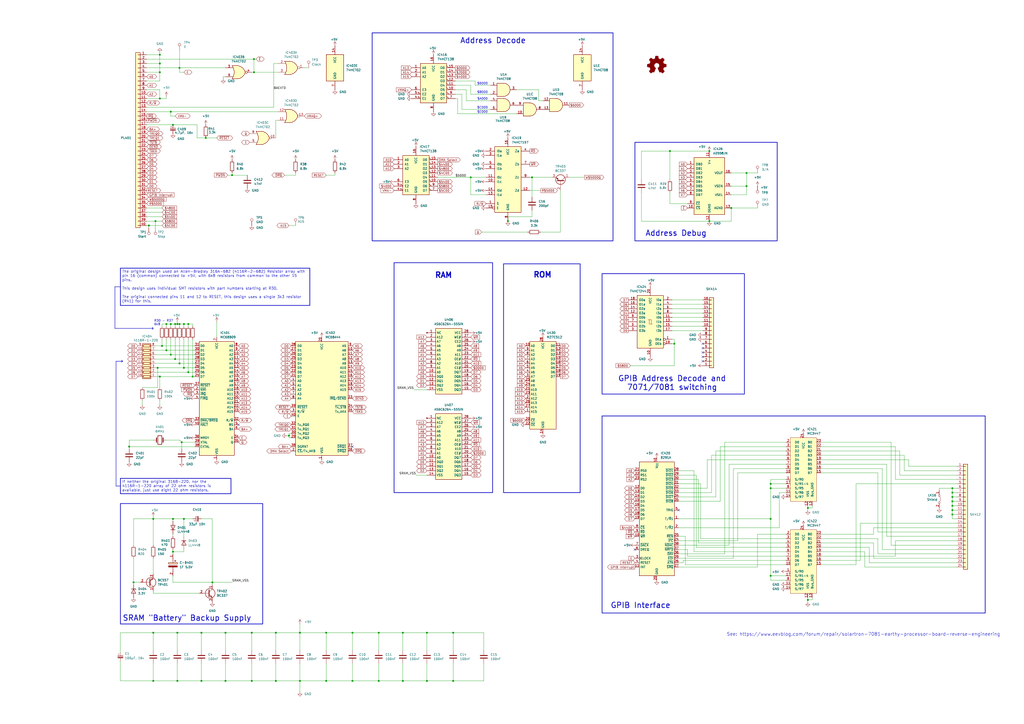
<source format=kicad_sch>
(kicad_sch (version 20250114) (generator "eeschema") (generator_version "9.0")
  (paper "A2")
  (title_block (title "Solartron 7071/7081 Earthy Processor") (date "2025-09-10") (rev "4") (comment 2 "on the EEVBLOG forum.") (comment 3 "an initial two layer design posted by Lucas Spitzkopf [lucasspitzi@gmx.net]") (comment 4 "Copyright © David C. Partridge 2025 [david.partridge@perdrix.co.uk], based upon"))
  (lib_symbols
    (symbol "74xx:74LS02" (pin_names (offset 1.016))
      (property "Reference" "U" (at 0 1.27 0))
      (property "Value" "74LS02" (at 0 -1.27 0))
      (symbol "74LS02_1_1"
        (pin input line (at -7.62 2.54 0) (length 4.318) (name "~") (number "2"))
        (pin input line (at -7.62 -2.54 0) (length 4.318) (name "~") (number "3"))
        (pin output inverted (at 7.62 0 180) (length 3.81) (name "~") (number "1"))
      )
      (symbol "74LS02_1_2"
        (pin input inverted (at -7.62 2.54 0) (length 3.81) (name "~") (number "2"))
        (pin input inverted (at -7.62 -2.54 0) (length 3.81) (name "~") (number "3"))
        (pin output line (at 7.62 0 180) (length 3.81) (name "~") (number "1"))
      )
      (symbol "74LS02_2_1"
        (pin input line (at -7.62 2.54 0) (length 4.318) (name "~") (number "5"))
        (pin input line (at -7.62 -2.54 0) (length 4.318) (name "~") (number "6"))
        (pin output inverted (at 7.62 0 180) (length 3.81) (name "~") (number "4"))
      )
      (symbol "74LS02_2_2"
        (pin input inverted (at -7.62 2.54 0) (length 3.81) (name "~") (number "5"))
        (pin input inverted (at -7.62 -2.54 0) (length 3.81) (name "~") (number "6"))
        (pin output line (at 7.62 0 180) (length 3.81) (name "~") (number "4"))
      )
      (symbol "74LS02_3_1"
        (pin input line (at -7.62 2.54 0) (length 4.318) (name "~") (number "8"))
        (pin input line (at -7.62 -2.54 0) (length 4.318) (name "~") (number "9"))
        (pin output inverted (at 7.62 0 180) (length 3.81) (name "~") (number "10"))
      )
      (symbol "74LS02_3_2"
        (pin input inverted (at -7.62 2.54 0) (length 3.81) (name "~") (number "8"))
        (pin input inverted (at -7.62 -2.54 0) (length 3.81) (name "~") (number "9"))
        (pin output line (at 7.62 0 180) (length 3.81) (name "~") (number "10"))
      )
      (symbol "74LS02_4_1"
        (pin input line (at -7.62 2.54 0) (length 4.318) (name "~") (number "11"))
        (pin input line (at -7.62 -2.54 0) (length 4.318) (name "~") (number "12"))
        (pin output inverted (at 7.62 0 180) (length 3.81) (name "~") (number "13"))
      )
      (symbol "74LS02_4_2"
        (pin input inverted (at -7.62 2.54 0) (length 3.81) (name "~") (number "11"))
        (pin input inverted (at -7.62 -2.54 0) (length 3.81) (name "~") (number "12"))
        (pin output line (at 7.62 0 180) (length 3.81) (name "~") (number "13"))
      )
      (symbol "74LS02_5_0"
        (pin power_in line (at 0 12.7 270) (length 5.08) (name "VCC") (number "14"))
        (pin power_in line (at 0 -12.7 90) (length 5.08) (name "GND") (number "7"))
      )
    )
    (symbol "74xx:74LS08" (pin_names (offset 1.016))
      (property "Reference" "U" (at 0 1.27 0))
      (property "Value" "74LS08" (at 0 -1.27 0))
      (symbol "74LS08_1_1"
        (pin input line (at -7.62 2.54 0) (length 3.81) (name "~") (number "1"))
        (pin input line (at -7.62 -2.54 0) (length 3.81) (name "~") (number "2"))
        (pin output line (at 7.62 0 180) (length 3.81) (name "~") (number "3"))
      )
      (symbol "74LS08_1_2"
        (pin input inverted (at -7.62 2.54 0) (length 4.318) (name "~") (number "1"))
        (pin input inverted (at -7.62 -2.54 0) (length 4.318) (name "~") (number "2"))
        (pin output inverted (at 7.62 0 180) (length 3.81) (name "~") (number "3"))
      )
      (symbol "74LS08_2_1"
        (pin input line (at -7.62 2.54 0) (length 3.81) (name "~") (number "4"))
        (pin input line (at -7.62 -2.54 0) (length 3.81) (name "~") (number "5"))
        (pin output line (at 7.62 0 180) (length 3.81) (name "~") (number "6"))
      )
      (symbol "74LS08_2_2"
        (pin input inverted (at -7.62 2.54 0) (length 4.318) (name "~") (number "4"))
        (pin input inverted (at -7.62 -2.54 0) (length 4.318) (name "~") (number "5"))
        (pin output inverted (at 7.62 0 180) (length 3.81) (name "~") (number "6"))
      )
      (symbol "74LS08_3_1"
        (pin input line (at -7.62 2.54 0) (length 3.81) (name "~") (number "9"))
        (pin input line (at -7.62 -2.54 0) (length 3.81) (name "~") (number "10"))
        (pin output line (at 7.62 0 180) (length 3.81) (name "~") (number "8"))
      )
      (symbol "74LS08_3_2"
        (pin input inverted (at -7.62 2.54 0) (length 4.318) (name "~") (number "9"))
        (pin input inverted (at -7.62 -2.54 0) (length 4.318) (name "~") (number "10"))
        (pin output inverted (at 7.62 0 180) (length 3.81) (name "~") (number "8"))
      )
      (symbol "74LS08_4_1"
        (pin input line (at -7.62 2.54 0) (length 3.81) (name "~") (number "12"))
        (pin input line (at -7.62 -2.54 0) (length 3.81) (name "~") (number "13"))
        (pin output line (at 7.62 0 180) (length 3.81) (name "~") (number "11"))
      )
      (symbol "74LS08_4_2"
        (pin input inverted (at -7.62 2.54 0) (length 4.318) (name "~") (number "12"))
        (pin input inverted (at -7.62 -2.54 0) (length 4.318) (name "~") (number "13"))
        (pin output inverted (at 7.62 0 180) (length 3.81) (name "~") (number "11"))
      )
      (symbol "74LS08_5_0"
        (pin power_in line (at 0 12.7 270) (length 5.08) (name "VCC") (number "14"))
        (pin power_in line (at 0 -12.7 90) (length 5.08) (name "GND") (number "7"))
      )
    )
    (symbol "74xx:74LS138" (pin_names (offset 1.016))
      (property "Reference" "U" (at -7.62 11.43 0))
      (property "Value" "74LS138" (at -7.62 -13.97 0))
      (symbol "74LS138_1_0"
        (pin input line (at -12.7 7.62 0) (length 5.08) (name "A0") (number "1"))
        (pin input line (at -12.7 5.08 0) (length 5.08) (name "A1") (number "2"))
        (pin input line (at -12.7 2.54 0) (length 5.08) (name "A2") (number "3"))
        (pin input line (at -12.7 -5.08 0) (length 5.08) (name "E3") (number "6"))
        (pin input input_low (at -12.7 -7.62 0) (length 5.08) (name "E2") (number "5"))
        (pin input input_low (at -12.7 -10.16 0) (length 5.08) (name "E1") (number "4"))
        (pin power_in line (at 0 15.24 270) (length 5.08) (name "VCC") (number "16"))
        (pin power_in line (at 0 -17.78 90) (length 5.08) (name "GND") (number "8"))
        (pin output output_low (at 12.7 7.62 180) (length 5.08) (name "O0") (number "15"))
        (pin output output_low (at 12.7 5.08 180) (length 5.08) (name "O1") (number "14"))
        (pin output output_low (at 12.7 2.54 180) (length 5.08) (name "O2") (number "13"))
        (pin output output_low (at 12.7 0 180) (length 5.08) (name "O3") (number "12"))
        (pin output output_low (at 12.7 -2.54 180) (length 5.08) (name "O4") (number "11"))
        (pin output output_low (at 12.7 -5.08 180) (length 5.08) (name "O5") (number "10"))
        (pin output output_low (at 12.7 -7.62 180) (length 5.08) (name "O6") (number "9"))
        (pin output output_low (at 12.7 -10.16 180) (length 5.08) (name "O7") (number "7"))
      )
    )
    (symbol "74xx:74LS157" (pin_names (offset 1.016))
      (property "Reference" "U" (at -7.62 19.05 0))
      (property "Value" "74LS157" (at -7.62 -21.59 0))
      (symbol "74LS157_1_0"
        (pin input line (at -12.7 15.24 0) (length 5.08) (name "I0a") (number "2"))
        (pin input line (at -12.7 12.7 0) (length 5.08) (name "I1a") (number "3"))
        (pin input line (at -12.7 7.62 0) (length 5.08) (name "I0b") (number "5"))
        (pin input line (at -12.7 5.08 0) (length 5.08) (name "I1b") (number "6"))
        (pin input line (at -12.7 0 0) (length 5.08) (name "I0c") (number "11"))
        (pin input line (at -12.7 -2.54 0) (length 5.08) (name "I1c") (number "10"))
        (pin input line (at -12.7 -7.62 0) (length 5.08) (name "I0d") (number "14"))
        (pin input line (at -12.7 -10.16 0) (length 5.08) (name "I1d") (number "13"))
        (pin input line (at -12.7 -15.24 0) (length 5.08) (name "S") (number "1"))
        (pin input inverted (at -12.7 -17.78 0) (length 5.08) (name "E") (number "15"))
        (pin power_in line (at 0 22.86 270) (length 5.08) (name "VCC") (number "16"))
        (pin power_in line (at 0 -25.4 90) (length 5.08) (name "GND") (number "8"))
        (pin output line (at 12.7 15.24 180) (length 5.08) (name "Za") (number "4"))
        (pin output line (at 12.7 7.62 180) (length 5.08) (name "Zb") (number "7"))
        (pin output line (at 12.7 0 180) (length 5.08) (name "Zc") (number "9"))
        (pin output line (at 12.7 -7.62 180) (length 5.08) (name "Zd") (number "12"))
      )
    )
    (symbol "74xx:74LS244" (pin_names (offset 1.016))
      (property "Reference" "U" (at -7.62 16.51 0))
      (property "Value" "74LS244" (at -7.62 -16.51 0))
      (symbol "74LS244_1_0"
        (pin input line (at -12.7 12.7 0) (length 5.08) (name "I0a") (number "2"))
        (pin input line (at -12.7 10.16 0) (length 5.08) (name "I1a") (number "4"))
        (pin input line (at -12.7 7.62 0) (length 5.08) (name "I2a") (number "6"))
        (pin input line (at -12.7 5.08 0) (length 5.08) (name "I3a") (number "8"))
        (pin input line (at -12.7 2.54 0) (length 5.08) (name "I0b") (number "11"))
        (pin input line (at -12.7 0 0) (length 5.08) (name "I1b") (number "13"))
        (pin input line (at -12.7 -2.54 0) (length 5.08) (name "I2b") (number "15"))
        (pin input line (at -12.7 -5.08 0) (length 5.08) (name "I3b") (number "17"))
        (pin input inverted (at -12.7 -10.16 0) (length 5.08) (name "OEa") (number "1"))
        (pin input inverted (at -12.7 -12.7 0) (length 5.08) (name "OEb") (number "19"))
        (pin power_in line (at 0 20.32 270) (length 5.08) (name "VCC") (number "20"))
        (pin power_in line (at 0 -20.32 90) (length 5.08) (name "GND") (number "10"))
        (pin tri_state line (at 12.7 12.7 180) (length 5.08) (name "O0a") (number "18"))
        (pin tri_state line (at 12.7 10.16 180) (length 5.08) (name "O1a") (number "16"))
        (pin tri_state line (at 12.7 7.62 180) (length 5.08) (name "O2a") (number "14"))
        (pin tri_state line (at 12.7 5.08 180) (length 5.08) (name "O3a") (number "12"))
        (pin tri_state line (at 12.7 2.54 180) (length 5.08) (name "O0b") (number "9"))
        (pin tri_state line (at 12.7 0 180) (length 5.08) (name "O1b") (number "7"))
        (pin tri_state line (at 12.7 -2.54 180) (length 5.08) (name "O2b") (number "5"))
        (pin tri_state line (at 12.7 -5.08 180) (length 5.08) (name "O3b") (number "3"))
      )
    )
    (symbol "Analog_DAC:AD558JN" (pin_names (offset 1.016))
      (property "Reference" "U" (at -8.89 17.78 0))
      (property "Value" "AD558JN" (at 2.54 17.78 0))
      (symbol "AD558JN_1_1"
        (pin input line (at -12.7 12.7 0) (length 3.81) (name "DB0") (number "1"))
        (pin input line (at -12.7 10.16 0) (length 3.81) (name "DB1") (number "2"))
        (pin input line (at -12.7 7.62 0) (length 3.81) (name "DB2") (number "3"))
        (pin input line (at -12.7 5.08 0) (length 3.81) (name "DB3") (number "4"))
        (pin input line (at -12.7 2.54 0) (length 3.81) (name "DB4") (number "5"))
        (pin input line (at -12.7 0 0) (length 3.81) (name "DB5") (number "6"))
        (pin input line (at -12.7 -2.54 0) (length 3.81) (name "DB6") (number "7"))
        (pin input line (at -12.7 -5.08 0) (length 3.81) (name "DB7") (number "8"))
        (pin input line (at -12.7 -10.16 0) (length 3.81) (name "~{CE}") (number "9"))
        (pin input line (at -12.7 -12.7 0) (length 3.81) (name "~{CS}") (number "10"))
        (pin power_in line (at 0 20.32 270) (length 3.81) (name "V+") (number "11"))
        (pin power_in line (at 0 -20.32 90) (length 3.81) (name "DGND") (number "12"))
        (pin output line (at 12.7 7.62 180) (length 3.81) (name "VOUT") (number "16"))
        (pin input line (at 12.7 0 180) (length 3.81) (name "VSEN") (number "15"))
        (pin input line (at 12.7 -5.08 180) (length 3.81) (name "VSEL") (number "14"))
        (pin power_in line (at 12.7 -12.7 180) (length 3.81) (name "AGND") (number "13"))
      )
    )
    (symbol "CPU_NXP_6800:MC6809"
      (property "Reference" "U" (at -7.62 34.29 0))
      (property "Value" "MC6809" (at 10.16 34.29 0))
      (symbol "MC6809_1_1"
        (pin bidirectional line (at -12.7 30.48 0) (length 2.54) (name "D0") (number "31"))
        (pin bidirectional line (at -12.7 27.94 0) (length 2.54) (name "D1") (number "30"))
        (pin bidirectional line (at -12.7 25.4 0) (length 2.54) (name "D2") (number "29"))
        (pin bidirectional line (at -12.7 22.86 0) (length 2.54) (name "D3") (number "28"))
        (pin bidirectional line (at -12.7 20.32 0) (length 2.54) (name "D4") (number "27"))
        (pin bidirectional line (at -12.7 17.78 0) (length 2.54) (name "D5") (number "26"))
        (pin bidirectional line (at -12.7 15.24 0) (length 2.54) (name "D6") (number "25"))
        (pin bidirectional line (at -12.7 12.7 0) (length 2.54) (name "D7") (number "24"))
        (pin input line (at -12.7 7.62 0) (length 2.54) (name "~{RESET}") (number "37"))
        (pin input line (at -12.7 5.08 0) (length 2.54) (name "~{NMI}") (number "2"))
        (pin input line (at -12.7 2.54 0) (length 2.54) (name "~{IRQ}") (number "3"))
        (pin input line (at -12.7 0 0) (length 2.54) (name "~{FIRQ}") (number "4"))
        (pin input line (at -12.7 -12.7 0) (length 2.54) (name "~{DMA/BREQ}") (number "33"))
        (pin input line (at -12.7 -15.24 0) (length 2.54) (name "~{HALT}") (number "40"))
        (pin input line (at -12.7 -22.86 0) (length 2.54) (name "MRDY") (number "36"))
        (pin input line (at -12.7 -25.4 0) (length 2.54) (name "XTAL") (number "39"))
        (pin input line (at -12.7 -27.94 0) (length 2.54) (name "EXTAL") (number "38"))
        (pin power_in line (at 0 35.56 270) (length 2.54) (name "VCC") (number "7"))
        (pin power_in line (at 0 -35.56 90) (length 2.54) (name "VSS") (number "1"))
        (pin output line (at 12.7 30.48 180) (length 2.54) (name "A0") (number "8"))
        (pin output line (at 12.7 27.94 180) (length 2.54) (name "A1") (number "9"))
        (pin output line (at 12.7 25.4 180) (length 2.54) (name "A2") (number "10"))
        (pin output line (at 12.7 22.86 180) (length 2.54) (name "A3") (number "11"))
        (pin output line (at 12.7 20.32 180) (length 2.54) (name "A4") (number "12"))
        (pin output line (at 12.7 17.78 180) (length 2.54) (name "A5") (number "13"))
        (pin output line (at 12.7 15.24 180) (length 2.54) (name "A6") (number "14"))
        (pin output line (at 12.7 12.7 180) (length 2.54) (name "A7") (number "15"))
        (pin output line (at 12.7 10.16 180) (length 2.54) (name "A8") (number "16"))
        (pin output line (at 12.7 7.62 180) (length 2.54) (name "A9") (number "17"))
        (pin output line (at 12.7 5.08 180) (length 2.54) (name "A10") (number "18"))
        (pin output line (at 12.7 2.54 180) (length 2.54) (name "A11") (number "19"))
        (pin output line (at 12.7 0 180) (length 2.54) (name "A12") (number "20"))
        (pin output line (at 12.7 -2.54 180) (length 2.54) (name "A13") (number "21"))
        (pin output line (at 12.7 -5.08 180) (length 2.54) (name "A14") (number "22"))
        (pin output line (at 12.7 -7.62 180) (length 2.54) (name "A15") (number "23"))
        (pin output line (at 12.7 -12.7 180) (length 2.54) (name "R/~{W}") (number "32"))
        (pin output line (at 12.7 -15.24 180) (length 2.54) (name "BS") (number "5"))
        (pin output line (at 12.7 -17.78 180) (length 2.54) (name "BA") (number "6"))
        (pin output line (at 12.7 -22.86 180) (length 2.54) (name "E") (number "34"))
        (pin output line (at 12.7 -25.4 180) (length 2.54) (name "Q") (number "35"))
      )
    )
    (symbol "Connector:TestPoint" (pin_numbers (hide yes)) (pin_names (offset 0.762) (hide yes))
      (property "Reference" "TP" (at 0 6.858 0))
      (property "Value" "TestPoint" (at 0 5.08 0))
      (symbol "TestPoint_1_1"
        (pin passive line (at 0 0 90) (length 2.54) (name "1") (number "1"))
      )
    )
    (symbol "Connector_Generic:Conn_01x16" (pin_names (offset 1.016) (hide yes))
      (property "Reference" "J" (at 0 20.32 0))
      (property "Value" "Conn_01x16" (at 0 -22.86 0))
      (symbol "Conn_01x16_1_1"
        (pin passive line (at -5.08 17.78 0) (length 3.81) (name "Pin_1") (number "1"))
        (pin passive line (at -5.08 15.24 0) (length 3.81) (name "Pin_2") (number "2"))
        (pin passive line (at -5.08 12.7 0) (length 3.81) (name "Pin_3") (number "3"))
        (pin passive line (at -5.08 10.16 0) (length 3.81) (name "Pin_4") (number "4"))
        (pin passive line (at -5.08 7.62 0) (length 3.81) (name "Pin_5") (number "5"))
        (pin passive line (at -5.08 5.08 0) (length 3.81) (name "Pin_6") (number "6"))
        (pin passive line (at -5.08 2.54 0) (length 3.81) (name "Pin_7") (number "7"))
        (pin passive line (at -5.08 0 0) (length 3.81) (name "Pin_8") (number "8"))
        (pin passive line (at -5.08 -2.54 0) (length 3.81) (name "Pin_9") (number "9"))
        (pin passive line (at -5.08 -5.08 0) (length 3.81) (name "Pin_10") (number "10"))
        (pin passive line (at -5.08 -7.62 0) (length 3.81) (name "Pin_11") (number "11"))
        (pin passive line (at -5.08 -10.16 0) (length 3.81) (name "Pin_12") (number "12"))
        (pin passive line (at -5.08 -12.7 0) (length 3.81) (name "Pin_13") (number "13"))
        (pin passive line (at -5.08 -15.24 0) (length 3.81) (name "Pin_14") (number "14"))
        (pin passive line (at -5.08 -17.78 0) (length 3.81) (name "Pin_15") (number "15"))
        (pin passive line (at -5.08 -20.32 0) (length 3.81) (name "Pin_16") (number "16"))
      )
    )
    (symbol "Connector_Generic:Conn_01x24" (pin_names (offset 1.016) (hide yes))
      (property "Reference" "J" (at 0 30.48 0))
      (property "Value" "Conn_01x24" (at 0 -33.02 0))
      (symbol "Conn_01x24_1_1"
        (pin passive line (at -5.08 27.94 0) (length 3.81) (name "Pin_1") (number "1"))
        (pin passive line (at -5.08 25.4 0) (length 3.81) (name "Pin_2") (number "2"))
        (pin passive line (at -5.08 22.86 0) (length 3.81) (name "Pin_3") (number "3"))
        (pin passive line (at -5.08 20.32 0) (length 3.81) (name "Pin_4") (number "4"))
        (pin passive line (at -5.08 17.78 0) (length 3.81) (name "Pin_5") (number "5"))
        (pin passive line (at -5.08 15.24 0) (length 3.81) (name "Pin_6") (number "6"))
        (pin passive line (at -5.08 12.7 0) (length 3.81) (name "Pin_7") (number "7"))
        (pin passive line (at -5.08 10.16 0) (length 3.81) (name "Pin_8") (number "8"))
        (pin passive line (at -5.08 7.62 0) (length 3.81) (name "Pin_9") (number "9"))
        (pin passive line (at -5.08 5.08 0) (length 3.81) (name "Pin_10") (number "10"))
        (pin passive line (at -5.08 2.54 0) (length 3.81) (name "Pin_11") (number "11"))
        (pin passive line (at -5.08 0 0) (length 3.81) (name "Pin_12") (number "12"))
        (pin passive line (at -5.08 -2.54 0) (length 3.81) (name "Pin_13") (number "13"))
        (pin passive line (at -5.08 -5.08 0) (length 3.81) (name "Pin_14") (number "14"))
        (pin passive line (at -5.08 -7.62 0) (length 3.81) (name "Pin_15") (number "15"))
        (pin passive line (at -5.08 -10.16 0) (length 3.81) (name "Pin_16") (number "16"))
        (pin passive line (at -5.08 -12.7 0) (length 3.81) (name "Pin_17") (number "17"))
        (pin passive line (at -5.08 -15.24 0) (length 3.81) (name "Pin_18") (number "18"))
        (pin passive line (at -5.08 -17.78 0) (length 3.81) (name "Pin_19") (number "19"))
        (pin passive line (at -5.08 -20.32 0) (length 3.81) (name "Pin_20") (number "20"))
        (pin passive line (at -5.08 -22.86 0) (length 3.81) (name "Pin_21") (number "21"))
        (pin passive line (at -5.08 -25.4 0) (length 3.81) (name "Pin_22") (number "22"))
        (pin passive line (at -5.08 -27.94 0) (length 3.81) (name "Pin_23") (number "23"))
        (pin passive line (at -5.08 -30.48 0) (length 3.81) (name "Pin_24") (number "24"))
      )
    )
    (symbol "Connector_Generic:Conn_01x40" (pin_names (offset 1.016) (hide yes))
      (property "Reference" "J" (at 0 50.8 0))
      (property "Value" "Conn_01x40" (at 0 -53.34 0))
      (symbol "Conn_01x40_1_1"
        (pin passive line (at -5.08 48.26 0) (length 3.81) (name "Pin_1") (number "1"))
        (pin passive line (at -5.08 45.72 0) (length 3.81) (name "Pin_2") (number "2"))
        (pin passive line (at -5.08 43.18 0) (length 3.81) (name "Pin_3") (number "3"))
        (pin passive line (at -5.08 40.64 0) (length 3.81) (name "Pin_4") (number "4"))
        (pin passive line (at -5.08 38.1 0) (length 3.81) (name "Pin_5") (number "5"))
        (pin passive line (at -5.08 35.56 0) (length 3.81) (name "Pin_6") (number "6"))
        (pin passive line (at -5.08 33.02 0) (length 3.81) (name "Pin_7") (number "7"))
        (pin passive line (at -5.08 30.48 0) (length 3.81) (name "Pin_8") (number "8"))
        (pin passive line (at -5.08 27.94 0) (length 3.81) (name "Pin_9") (number "9"))
        (pin passive line (at -5.08 25.4 0) (length 3.81) (name "Pin_10") (number "10"))
        (pin passive line (at -5.08 22.86 0) (length 3.81) (name "Pin_11") (number "11"))
        (pin passive line (at -5.08 20.32 0) (length 3.81) (name "Pin_12") (number "12"))
        (pin passive line (at -5.08 17.78 0) (length 3.81) (name "Pin_13") (number "13"))
        (pin passive line (at -5.08 15.24 0) (length 3.81) (name "Pin_14") (number "14"))
        (pin passive line (at -5.08 12.7 0) (length 3.81) (name "Pin_15") (number "15"))
        (pin passive line (at -5.08 10.16 0) (length 3.81) (name "Pin_16") (number "16"))
        (pin passive line (at -5.08 7.62 0) (length 3.81) (name "Pin_17") (number "17"))
        (pin passive line (at -5.08 5.08 0) (length 3.81) (name "Pin_18") (number "18"))
        (pin passive line (at -5.08 2.54 0) (length 3.81) (name "Pin_19") (number "19"))
        (pin passive line (at -5.08 0 0) (length 3.81) (name "Pin_20") (number "20"))
        (pin passive line (at -5.08 -2.54 0) (length 3.81) (name "Pin_21") (number "21"))
        (pin passive line (at -5.08 -5.08 0) (length 3.81) (name "Pin_22") (number "22"))
        (pin passive line (at -5.08 -7.62 0) (length 3.81) (name "Pin_23") (number "23"))
        (pin passive line (at -5.08 -10.16 0) (length 3.81) (name "Pin_24") (number "24"))
        (pin passive line (at -5.08 -12.7 0) (length 3.81) (name "Pin_25") (number "25"))
        (pin passive line (at -5.08 -15.24 0) (length 3.81) (name "Pin_26") (number "26"))
        (pin passive line (at -5.08 -17.78 0) (length 3.81) (name "Pin_27") (number "27"))
        (pin passive line (at -5.08 -20.32 0) (length 3.81) (name "Pin_28") (number "28"))
        (pin passive line (at -5.08 -22.86 0) (length 3.81) (name "Pin_29") (number "29"))
        (pin passive line (at -5.08 -25.4 0) (length 3.81) (name "Pin_30") (number "30"))
        (pin passive line (at -5.08 -27.94 0) (length 3.81) (name "Pin_31") (number "31"))
        (pin passive line (at -5.08 -30.48 0) (length 3.81) (name "Pin_32") (number "32"))
        (pin passive line (at -5.08 -33.02 0) (length 3.81) (name "Pin_33") (number "33"))
        (pin passive line (at -5.08 -35.56 0) (length 3.81) (name "Pin_34") (number "34"))
        (pin passive line (at -5.08 -38.1 0) (length 3.81) (name "Pin_35") (number "35"))
        (pin passive line (at -5.08 -40.64 0) (length 3.81) (name "Pin_36") (number "36"))
        (pin passive line (at -5.08 -43.18 0) (length 3.81) (name "Pin_37") (number "37"))
        (pin passive line (at -5.08 -45.72 0) (length 3.81) (name "Pin_38") (number "38"))
        (pin passive line (at -5.08 -48.26 0) (length 3.81) (name "Pin_39") (number "39"))
        (pin passive line (at -5.08 -50.8 0) (length 3.81) (name "Pin_40") (number "40"))
      )
    )
    (symbol "Device:C" (pin_numbers (hide yes)) (pin_names (offset 0.254))
      (property "Reference" "C" (at 0.635 2.54 0))
      (property "Value" "C" (at 0.635 -2.54 0))
      (symbol "C_1_1"
        (pin passive line (at 0 3.81 270) (length 2.794) (name "~") (number "1"))
        (pin passive line (at 0 -3.81 90) (length 2.794) (name "~") (number "2"))
      )
    )
    (symbol "Device:C_Polarized_Small" (pin_numbers (hide yes)) (pin_names (offset 0.254) (hide yes))
      (property "Reference" "C" (at 0.254 1.778 0))
      (property "Value" "C_Polarized_Small" (at 0.254 -2.032 0))
      (symbol "C_Polarized_Small_1_1"
        (pin passive line (at 0 2.54 270) (length 1.8542) (name "~") (number "1"))
        (pin passive line (at 0 -2.54 90) (length 1.8542) (name "~") (number "2"))
      )
    )
    (symbol "Device:Crystal" (pin_numbers (hide yes)) (pin_names (offset 1.016) (hide yes))
      (property "Reference" "Y" (at 0 3.81 0))
      (property "Value" "Crystal" (at 0 -3.81 0))
      (symbol "Crystal_1_1"
        (pin passive line (at -3.81 0 0) (length 1.27) (name "1") (number "1"))
        (pin passive line (at 3.81 0 180) (length 1.27) (name "2") (number "2"))
      )
    )
    (symbol "Device:D" (pin_numbers (hide yes)) (pin_names (offset 1.016) (hide yes))
      (property "Reference" "D" (at 0 2.54 0))
      (property "Value" "D" (at 0 -2.54 0))
      (symbol "D_1_1"
        (pin passive line (at -3.81 0 0) (length 2.54) (name "K") (number "1"))
        (pin passive line (at 3.81 0 180) (length 2.54) (name "A") (number "2"))
      )
    )
    (symbol "Device:D_Zener" (pin_numbers (hide yes)) (pin_names (offset 1.016) (hide yes))
      (property "Reference" "D" (at 0 2.54 0))
      (property "Value" "D_Zener" (at 0 -2.54 0))
      (symbol "D_Zener_1_1"
        (pin passive line (at -3.81 0 0) (length 2.54) (name "K") (number "1"))
        (pin passive line (at 3.81 0 180) (length 2.54) (name "A") (number "2"))
      )
    )
    (symbol "Device:R" (pin_numbers (hide yes)) (pin_names (offset 0))
      (property "Reference" "R" (at 2.032 0 90))
      (property "Value" "R" (at 0 0 90))
      (symbol "R_1_1"
        (pin passive line (at 0 3.81 270) (length 1.27) (name "~") (number "1"))
        (pin passive line (at 0 -3.81 90) (length 1.27) (name "~") (number "2"))
      )
    )
    (symbol "Device:R_Pack08" (pin_names (offset 0) (hide yes))
      (property "Reference" "RN" (at -12.7 0 90))
      (property "Value" "R_Pack08" (at 10.16 0 90))
      (symbol "R_Pack08_1_1"
        (pin passive line (at -10.16 5.08 270) (length 2.54) (name "R1.2") (number "16"))
        (pin passive line (at -10.16 -5.08 90) (length 2.54) (name "R1.1") (number "1"))
        (pin passive line (at -7.62 5.08 270) (length 2.54) (name "R2.2") (number "15"))
        (pin passive line (at -7.62 -5.08 90) (length 2.54) (name "R2.1") (number "2"))
        (pin passive line (at -5.08 5.08 270) (length 2.54) (name "R3.2") (number "14"))
        (pin passive line (at -5.08 -5.08 90) (length 2.54) (name "R3.1") (number "3"))
        (pin passive line (at -2.54 5.08 270) (length 2.54) (name "R4.2") (number "13"))
        (pin passive line (at -2.54 -5.08 90) (length 2.54) (name "R4.1") (number "4"))
        (pin passive line (at 0 5.08 270) (length 2.54) (name "R5.2") (number "12"))
        (pin passive line (at 0 -5.08 90) (length 2.54) (name "R5.1") (number "5"))
        (pin passive line (at 2.54 5.08 270) (length 2.54) (name "R6.2") (number "11"))
        (pin passive line (at 2.54 -5.08 90) (length 2.54) (name "R6.1") (number "6"))
        (pin passive line (at 5.08 5.08 270) (length 2.54) (name "R7.2") (number "10"))
        (pin passive line (at 5.08 -5.08 90) (length 2.54) (name "R7.1") (number "7"))
        (pin passive line (at 7.62 5.08 270) (length 2.54) (name "R8.2") (number "9"))
        (pin passive line (at 7.62 -5.08 90) (length 2.54) (name "R8.1") (number "8"))
      )
    )
    (symbol "Graphic:Logo_Open_Hardware_Small" (in_bom no) (on_board no))
    (symbol "Interface:MC6844" (pin_names (offset 1.016))
      (property "Reference" "U" (at -8.382 34.544 0))
      (property "Value" "MC6844" (at 12.7 34.544 0))
      (symbol "MC6844_1_1"
        (pin bidirectional line (at -17.78 30.48 0) (length 2.54) (name "D0") (number "28"))
        (pin bidirectional line (at -17.78 27.94 0) (length 2.54) (name "D1") (number "27"))
        (pin bidirectional line (at -17.78 25.4 0) (length 2.54) (name "D2") (number "26"))
        (pin bidirectional line (at -17.78 22.86 0) (length 2.54) (name "D3") (number "25"))
        (pin bidirectional line (at -17.78 20.32 0) (length 2.54) (name "D4") (number "24"))
        (pin bidirectional line (at -17.78 17.78 0) (length 2.54) (name "D5") (number "23"))
        (pin bidirectional line (at -17.78 15.24 0) (length 2.54) (name "D6") (number "22"))
        (pin bidirectional line (at -17.78 12.7 0) (length 2.54) (name "D7") (number "21"))
        (pin bidirectional line (at -17.78 10.16 0) (length 2.54) (name "A0") (number "4"))
        (pin bidirectional line (at -17.78 7.62 0) (length 2.54) (name "A1") (number "5"))
        (pin bidirectional line (at -17.78 5.08 0) (length 2.54) (name "A2") (number "6"))
        (pin bidirectional line (at -17.78 2.54 0) (length 2.54) (name "A3") (number "7"))
        (pin bidirectional line (at -17.78 0 0) (length 2.54) (name "A4") (number "8"))
        (pin input line (at -17.78 -5.08 0) (length 2.54) (name "~{RESET}") (number "39"))
        (pin bidirectional line (at -17.78 -7.62 0) (length 2.54) (name "R/~{W}") (number "3"))
        (pin input line (at -17.78 -10.16 0) (length 2.54) (name "E") (number "40"))
        (pin input line (at -17.78 -15.24 0) (length 2.54) (name "Tx_RQ0") (number "32"))
        (pin input line (at -17.78 -17.78 0) (length 2.54) (name "Tx_RQ1") (number "31"))
        (pin input line (at -17.78 -20.32 0) (length 2.54) (name "Tx_RQ2") (number "30"))
        (pin input line (at -17.78 -22.86 0) (length 2.54) (name "Tx_RQ3") (number "29"))
        (pin input line (at -17.78 -27.94 0) (length 2.54) (name "DGRNT") (number "38"))
        (pin bidirectional line (at -17.78 -30.48 0) (length 2.54) (name "~{CS}/Tx_AKB") (number "2"))
        (pin power_in line (at 0 35.56 270) (length 2.54) (name "VCC") (number "20"))
        (pin power_in line (at 0 -35.56 90) (length 2.54) (name "VSS") (number "1"))
        (pin output line (at 17.78 30.48 180) (length 2.54) (name "A5") (number "9"))
        (pin output line (at 17.78 27.94 180) (length 2.54) (name "A6") (number "10"))
        (pin output line (at 17.78 25.4 180) (length 2.54) (name "A7") (number "11"))
        (pin output line (at 17.78 22.86 180) (length 2.54) (name "A8") (number "12"))
        (pin output line (at 17.78 20.32 180) (length 2.54) (name "A9") (number "13"))
        (pin output line (at 17.78 17.78 180) (length 2.54) (name "A10") (number "14"))
        (pin output line (at 17.78 15.24 180) (length 2.54) (name "A11") (number "15"))
        (pin output line (at 17.78 12.7 180) (length 2.54) (name "A12") (number "16"))
        (pin output line (at 17.78 10.16 180) (length 2.54) (name "A13") (number "17"))
        (pin output line (at 17.78 7.62 180) (length 2.54) (name "A14") (number "18"))
        (pin output line (at 17.78 5.08 180) (length 2.54) (name "A15") (number "19"))
        (pin output line (at 17.78 0 180) (length 2.54) (name "~{IRQ}/~{DEND}") (number "33"))
        (pin output line (at 17.78 -5.08 180) (length 2.54) (name "~{Tx_STB}") (number "34"))
        (pin output line (at 17.78 -7.62 180) (length 2.54) (name "Tx_AKA") (number "35"))
        (pin output line (at 17.78 -27.94 180) (length 2.54) (name "~{DRQ1}") (number "37"))
        (pin output line (at 17.78 -30.48 180) (length 2.54) (name "~{DRQ2}") (number "36"))
      )
    )
    (symbol "Jumper:Jumper_2_Bridged" (pin_names (offset 0) (hide yes))
      (property "Reference" "JP" (at 0 1.905 0))
      (property "Value" "Jumper_2_Bridged" (at 0 -2.54 0))
      (symbol "Jumper_2_Bridged_1_1"
        (pin passive line (at -5.08 0 0) (length 2.54) (name "A") (number "1"))
        (pin passive line (at 5.08 0 180) (length 2.54) (name "B") (number "2"))
      )
    )
    (symbol "MC3447_1" (pin_names (offset 2.54))
      (property "Reference" "IC" (at 9.8141 5.08 0))
      (property "Value" "MC3447" (at 9.8141 2.54 0))
      (symbol "MC3447_1_1_1"
        (pin bidirectional line (at -2.54 -2.54 0) (length 2.54) (name "D0") (number "2"))
        (pin bidirectional line (at -2.54 -5.08 0) (length 2.54) (name "D1") (number "3"))
        (pin bidirectional line (at -2.54 -7.62 0) (length 2.54) (name "D2") (number "4"))
        (pin bidirectional line (at -2.54 -10.16 0) (length 2.54) (name "D3") (number "5"))
        (pin bidirectional line (at -2.54 -12.7 0) (length 2.54) (name "D4") (number "6"))
        (pin bidirectional line (at -2.54 -15.24 0) (length 2.54) (name "D5") (number "7"))
        (pin bidirectional line (at -2.54 -17.78 0) (length 2.54) (name "D6") (number "9"))
        (pin bidirectional line (at -2.54 -20.32 0) (length 2.54) (name "D7") (number "10"))
        (pin input line (at -2.54 -24.13 0) (length 2.54) (name "S/R0") (number "1"))
        (pin input line (at -2.54 -26.67 0) (length 2.54) (name "S/R1-4") (number "17"))
        (pin input line (at -2.54 -29.21 0) (length 2.54) (name "S/R5") (number "8"))
        (pin input line (at -2.54 -31.75 0) (length 2.54) (name "S/R6") (number "11"))
        (pin input line (at -2.54 -34.29 0) (length 2.54) (name "S/R7") (number "14"))
        (pin power_in line (at 7.62 2.54 270) (length 2.54) (name "VCC") (number "24"))
        (pin power_in line (at 10.16 -39.37 90) (length 2.54) (name "VSS") (number "12"))
        (pin power_in line (at 12.7 -39.37 90) (length 2.54) (name "Bus_GND") (number "13"))
        (pin bidirectional line (at 17.78 -2.54 180) (length 2.54) (name "B0") (number "23"))
        (pin bidirectional line (at 17.78 -5.08 180) (length 2.54) (name "B1") (number "22"))
        (pin bidirectional line (at 17.78 -7.62 180) (length 2.54) (name "B2") (number "21"))
        (pin bidirectional line (at 17.78 -10.16 180) (length 2.54) (name "B3") (number "20"))
        (pin bidirectional line (at 17.78 -12.7 180) (length 2.54) (name "B4") (number "19"))
        (pin bidirectional line (at 17.78 -15.24 180) (length 2.54) (name "B5") (number "18"))
        (pin bidirectional line (at 17.78 -17.78 180) (length 2.54) (name "B6") (number "16"))
        (pin bidirectional line (at 17.78 -20.32 180) (length 2.54) (name "B7") (number "15"))
      )
    )
    (symbol "Memory_EPROM:27C512"
      (property "Reference" "U" (at -7.62 26.67 0))
      (property "Value" "27C512" (at 2.54 -26.67 0))
      (symbol "27C512_1_1"
        (pin input line (at -10.16 22.86 0) (length 2.54) (name "A0") (number "10"))
        (pin input line (at -10.16 20.32 0) (length 2.54) (name "A1") (number "9"))
        (pin input line (at -10.16 17.78 0) (length 2.54) (name "A2") (number "8"))
        (pin input line (at -10.16 15.24 0) (length 2.54) (name "A3") (number "7"))
        (pin input line (at -10.16 12.7 0) (length 2.54) (name "A4") (number "6"))
        (pin input line (at -10.16 10.16 0) (length 2.54) (name "A5") (number "5"))
        (pin input line (at -10.16 7.62 0) (length 2.54) (name "A6") (number "4"))
        (pin input line (at -10.16 5.08 0) (length 2.54) (name "A7") (number "3"))
        (pin input line (at -10.16 2.54 0) (length 2.54) (name "A8") (number "25"))
        (pin input line (at -10.16 0 0) (length 2.54) (name "A9") (number "24"))
        (pin input line (at -10.16 -2.54 0) (length 2.54) (name "A10") (number "21"))
        (pin input line (at -10.16 -5.08 0) (length 2.54) (name "A11") (number "23"))
        (pin input line (at -10.16 -7.62 0) (length 2.54) (name "A12") (number "2"))
        (pin input line (at -10.16 -10.16 0) (length 2.54) (name "A13") (number "26"))
        (pin input line (at -10.16 -12.7 0) (length 2.54) (name "A14") (number "27"))
        (pin input line (at -10.16 -15.24 0) (length 2.54) (name "A15") (number "1"))
        (pin input line (at -10.16 -20.32 0) (length 2.54) (name "~{CE}") (number "20"))
        (pin input line (at -10.16 -22.86 0) (length 2.54) (name "~{OE}") (number "22"))
        (pin power_in line (at 0 27.94 270) (length 2.54) (name "VCC") (number "28"))
        (pin power_in line (at 0 -27.94 90) (length 2.54) (name "GND") (number "14"))
        (pin tri_state line (at 10.16 22.86 180) (length 2.54) (name "D0") (number "11"))
        (pin tri_state line (at 10.16 20.32 180) (length 2.54) (name "D1") (number "12"))
        (pin tri_state line (at 10.16 17.78 180) (length 2.54) (name "D2") (number "13"))
        (pin tri_state line (at 10.16 15.24 180) (length 2.54) (name "D3") (number "15"))
        (pin tri_state line (at 10.16 12.7 180) (length 2.54) (name "D4") (number "16"))
        (pin tri_state line (at 10.16 10.16 180) (length 2.54) (name "D5") (number "17"))
        (pin tri_state line (at 10.16 7.62 180) (length 2.54) (name "D6") (number "18"))
        (pin tri_state line (at 10.16 5.08 180) (length 2.54) (name "D7") (number "19"))
      )
    )
    (symbol "Solartron Earthy Processor:8291A"
      (property "Reference" "IC420" (at 2.1941 38.1 0))
      (property "Value" "8291A" (at 2.1941 35.56 0))
      (symbol "8291A_1_1"
        (pin input line (at -12.7 27.94 0) (length 2.54) (name "RS0") (number "21"))
        (pin input line (at -12.7 25.4 0) (length 2.54) (name "RS1") (number "22"))
        (pin input line (at -12.7 22.86 0) (length 2.54) (name "RS2") (number "23"))
        (pin bidirectional line (at -12.7 17.78 0) (length 2.54) (name "D0") (number "12"))
        (pin bidirectional line (at -12.7 15.24 0) (length 2.54) (name "D1") (number "13"))
        (pin bidirectional line (at -12.7 12.7 0) (length 2.54) (name "D2") (number "14"))
        (pin bidirectional line (at -12.7 10.16 0) (length 2.54) (name "D3") (number "15"))
        (pin bidirectional line (at -12.7 7.62 0) (length 2.54) (name "D4") (number "16"))
        (pin bidirectional line (at -12.7 5.08 0) (length 2.54) (name "D5") (number "17"))
        (pin bidirectional line (at -12.7 2.54 0) (length 2.54) (name "D6") (number "18"))
        (pin bidirectional line (at -12.7 0 0) (length 2.54) (name "D7") (number "19"))
        (pin input line (at -12.7 -5.08 0) (length 2.54) (name "~{CS}") (number "8"))
        (pin input line (at -12.7 -7.62 0) (length 2.54) (name "~{RD}") (number "9"))
        (pin input line (at -12.7 -10.16 0) (length 2.54) (name "~{WR}") (number "10"))
        (pin input line (at -12.7 -15.24 0) (length 2.54) (name "~{DACK}") (number "7"))
        (pin output line (at -12.7 -17.78 0) (length 2.54) (name "DREQ") (number "6"))
        (pin input clock (at -12.7 -22.86 0) (length 2.54) (name "CLOCK") (number "3"))
        (pin input line (at -12.7 -25.4 0) (length 2.54) (name "RESET") (number "4"))
        (pin output line (at -12.7 -27.94 0) (length 2.54) (name "INT") (number "11"))
        (pin power_in line (at 0 35.56 270) (length 2.54) (name "V_{CC}") (number "40"))
        (pin power_in line (at 0 -35.56 90) (length 2.54) (name "GND") (number "20"))
        (pin bidirectional line (at 12.7 27.94 180) (length 2.54) (name "~{DIO1}") (number "28"))
        (pin bidirectional line (at 12.7 25.4 180) (length 2.54) (name "~{DIO2}") (number "29"))
        (pin bidirectional line (at 12.7 22.86 180) (length 2.54) (name "~{DIO3}") (number "30"))
        (pin bidirectional line (at 12.7 20.32 180) (length 2.54) (name "~{DIO4}") (number "31"))
        (pin bidirectional line (at 12.7 17.78 180) (length 2.54) (name "~{DIO5}") (number "32"))
        (pin bidirectional line (at 12.7 15.24 180) (length 2.54) (name "~{DIO6}") (number "33"))
        (pin bidirectional line (at 12.7 12.7 180) (length 2.54) (name "~{DIO7}") (number "34"))
        (pin bidirectional line (at 12.7 10.16 180) (length 2.54) (name "~{DIO8}") (number "35"))
        (pin output line (at 12.7 5.08 180) (length 2.54) (name "TRIG") (number "5"))
        (pin output line (at 12.7 0 180) (length 2.54) (name "T/~{R}1") (number "1"))
        (pin output line (at 12.7 -5.08 180) (length 2.54) (name "T/~{R}2") (number "2"))
        (pin input line (at 12.7 -10.16 180) (length 2.54) (name "~{REN}") (number "25"))
        (pin input line (at 12.7 -12.7 180) (length 2.54) (name "~{IFC}") (number "24"))
        (pin bidirectional line (at 12.7 -15.24 180) (length 2.54) (name "~{NDAC}") (number "38"))
        (pin bidirectional line (at 12.7 -17.78 180) (length 2.54) (name "~{NRFD}") (number "37"))
        (pin bidirectional line (at 12.7 -20.32 180) (length 2.54) (name "~{DAV}") (number "36"))
        (pin bidirectional line (at 12.7 -22.86 180) (length 2.54) (name "~{EOI}") (number "39"))
        (pin input line (at 12.7 -25.4 180) (length 2.54) (name "~{ATN}") (number "26"))
        (pin output line (at 12.7 -27.94 180) (length 2.54) (name "~{SRQ}") (number "27"))
      )
    )
    (symbol "Solartron Earthy Processor:AS6C6264-55SIN"
      (property "Reference" "IC" (at 21.59 7.62 0))
      (property "Value" "AS6C6264-55SIN" (at 21.59 5.08 0))
      (symbol "AS6C6264-55SIN_1_1"
        (pin no_connect line (at 0 0 0) (length 5.08) (name "NC") (number "1"))
        (pin input line (at 0 -2.54 0) (length 5.08) (name "A12") (number "2"))
        (pin input line (at 0 -5.08 0) (length 5.08) (name "A7") (number "3"))
        (pin input line (at 0 -7.62 0) (length 5.08) (name "A6") (number "4"))
        (pin input line (at 0 -10.16 0) (length 5.08) (name "A5") (number "5"))
        (pin input line (at 0 -12.7 0) (length 5.08) (name "A4") (number "6"))
        (pin input line (at 0 -15.24 0) (length 5.08) (name "A3") (number "7"))
        (pin input line (at 0 -17.78 0) (length 5.08) (name "A2") (number "8"))
        (pin input line (at 0 -20.32 0) (length 5.08) (name "A1") (number "9"))
        (pin input line (at 0 -22.86 0) (length 5.08) (name "A0") (number "10"))
        (pin bidirectional line (at 0 -25.4 0) (length 5.08) (name "DQ0") (number "11"))
        (pin bidirectional line (at 0 -27.94 0) (length 5.08) (name "DQ1") (number "12"))
        (pin bidirectional line (at 0 -30.48 0) (length 5.08) (name "DQ2") (number "13"))
        (pin power_in line (at 0 -33.02 0) (length 5.08) (name "VSS") (number "14"))
        (pin power_in line (at 25.4 0 180) (length 5.08) (name "VCC") (number "28"))
        (pin input line (at 25.4 -2.54 180) (length 5.08) (name "WE#") (number "27"))
        (pin input line (at 25.4 -5.08 180) (length 5.08) (name "CE2") (number "26"))
        (pin input line (at 25.4 -7.62 180) (length 5.08) (name "A8") (number "25"))
        (pin input line (at 25.4 -10.16 180) (length 5.08) (name "A9") (number "24"))
        (pin input line (at 25.4 -12.7 180) (length 5.08) (name "A11") (number "23"))
        (pin input line (at 25.4 -15.24 180) (length 5.08) (name "OE#") (number "22"))
        (pin input line (at 25.4 -17.78 180) (length 5.08) (name "A10") (number "21"))
        (pin input line (at 25.4 -20.32 180) (length 5.08) (name "CE#") (number "20"))
        (pin bidirectional line (at 25.4 -22.86 180) (length 5.08) (name "DQ7") (number "19"))
        (pin bidirectional line (at 25.4 -25.4 180) (length 5.08) (name "DQ6") (number "18"))
        (pin bidirectional line (at 25.4 -27.94 180) (length 5.08) (name "DQ5") (number "17"))
        (pin bidirectional line (at 25.4 -30.48 180) (length 5.08) (name "DQ4") (number "16"))
        (pin bidirectional line (at 25.4 -33.02 180) (length 5.08) (name "DQ3") (number "15"))
      )
    )
    (symbol "Solartron Earthy Processor:FGH0H105ZF" (pin_names (hide yes))
      (property "Reference" "C" (at 8.89 6.35 0))
      (property "Value" "FGH0H105ZF" (at 8.89 3.81 0))
      (symbol "FGH0H105ZF_1_1"
        (pin passive line (at 0 0 0) (length 2.54) (name "+") (number "1"))
        (pin passive line (at 12.7 0 180) (length 2.54) (name "-") (number "2"))
      )
    )
    (symbol "Solartron Earthy Processor:MC3447" (pin_names (offset 2.54))
      (property "Reference" "IC" (at 9.8141 5.08 0))
      (property "Value" "MC3447" (at 9.8141 2.54 0))
      (symbol "MC3447_1_1"
        (pin bidirectional line (at -2.54 -2.54 0) (length 2.54) (name "D0") (number "2"))
        (pin bidirectional line (at -2.54 -5.08 0) (length 2.54) (name "D1") (number "3"))
        (pin bidirectional line (at -2.54 -7.62 0) (length 2.54) (name "D2") (number "4"))
        (pin bidirectional line (at -2.54 -10.16 0) (length 2.54) (name "D3") (number "5"))
        (pin bidirectional line (at -2.54 -12.7 0) (length 2.54) (name "D4") (number "6"))
        (pin bidirectional line (at -2.54 -15.24 0) (length 2.54) (name "D5") (number "7"))
        (pin bidirectional line (at -2.54 -17.78 0) (length 2.54) (name "D6") (number "9"))
        (pin bidirectional line (at -2.54 -20.32 0) (length 2.54) (name "D7") (number "10"))
        (pin input line (at -2.54 -24.13 0) (length 2.54) (name "S/R0") (number "1"))
        (pin input line (at -2.54 -26.67 0) (length 2.54) (name "S/R1-4") (number "17"))
        (pin input line (at -2.54 -29.21 0) (length 2.54) (name "S/R5") (number "8"))
        (pin input line (at -2.54 -31.75 0) (length 2.54) (name "S/R6") (number "11"))
        (pin input line (at -2.54 -34.29 0) (length 2.54) (name "S/R7") (number "14"))
        (pin power_in line (at 7.62 2.54 270) (length 2.54) (name "VCC") (number "24"))
        (pin power_in line (at 10.16 -39.37 90) (length 2.54) (name "VSS") (number "12"))
        (pin power_in line (at 12.7 -39.37 90) (length 2.54) (name "Bus_GND") (number "13"))
        (pin bidirectional line (at 17.78 -2.54 180) (length 2.54) (name "B0") (number "23"))
        (pin bidirectional line (at 17.78 -5.08 180) (length 2.54) (name "B1") (number "22"))
        (pin bidirectional line (at 17.78 -7.62 180) (length 2.54) (name "B2") (number "21"))
        (pin bidirectional line (at 17.78 -10.16 180) (length 2.54) (name "B3") (number "20"))
        (pin bidirectional line (at 17.78 -12.7 180) (length 2.54) (name "B4") (number "19"))
        (pin bidirectional line (at 17.78 -15.24 180) (length 2.54) (name "B5") (number "18"))
        (pin bidirectional line (at 17.78 -17.78 180) (length 2.54) (name "B6") (number "16"))
        (pin bidirectional line (at 17.78 -20.32 180) (length 2.54) (name "B7") (number "15"))
      )
    )
    (symbol "Transistor_BJT:BC413" (pin_names (offset 0) (hide yes))
      (property "Reference" "Q" (at 5.08 1.905 0))
      (property "Value" "BC413" (at 5.08 0 0))
      (symbol "BC413_1_1"
        (pin input line (at -5.08 0 0) (length 2.54) (name "B") (number "2"))
        (pin passive line (at 2.54 5.08 270) (length 2.54) (name "C") (number "1"))
        (pin passive line (at 2.54 -5.08 90) (length 2.54) (name "E") (number "3"))
      )
    )
    (symbol "Transistor_BJT:BC414C" (pin_names (offset 0) (hide yes))
      (property "Reference" "Q" (at 5.08 1.905 0))
      (property "Value" "BC414C" (at 5.08 0 0))
      (symbol "BC414C_1_1"
        (pin input line (at -5.08 0 0) (length 2.54) (name "B") (number "2"))
        (pin passive line (at 2.54 5.08 270) (length 2.54) (name "C") (number "1"))
        (pin passive line (at 2.54 -5.08 90) (length 2.54) (name "E") (number "3"))
      )
    )
    (symbol "Transistor_BJT:BC557" (pin_names (offset 0) (hide yes))
      (property "Reference" "Q" (at 5.08 1.905 0))
      (property "Value" "BC557" (at 5.08 0 0))
      (symbol "BC557_1_1"
        (pin input line (at -5.08 0 0) (length 2.54) (name "B") (number "2"))
        (pin passive line (at 2.54 5.08 270) (length 2.54) (name "C") (number "1"))
        (pin passive line (at 2.54 -5.08 90) (length 2.54) (name "E") (number "3"))
      )
    )
    (symbol "power:+5V" (power) (pin_numbers (hide yes)) (pin_names (offset 0) (hide yes))
      (property "Value" "+5V" (at 0 3.556 0))
      (symbol "+5V_1_1"
        (pin power_in line (at 0 0 90) (length 0) (name "~") (number "1"))
      )
    )
    (symbol "power:GND" (power) (pin_numbers (hide yes)) (pin_names (offset 0) (hide yes))
      (property "Value" "GND" (at 0 -3.81 0))
      (symbol "GND_1_1"
        (pin power_in line (at 0 0 270) (length 0) (name "~") (number "1"))
      )
    )
  )
  (rectangle (start 368.3 82.55) (end 450.85 139.7) (stroke (width 0.381)))
  (rectangle (start 228.6 152.4) (end 285.75 285.75) (stroke (width 0.381)))
  (rectangle (start 349.25 158.75) (end 431.8 228.6) (stroke (width 0.381)))
  (rectangle (start 215.9 19.05) (end 355.6 139.7) (stroke (width 0.381)))
  (rectangle (start 349.25 241.3) (end 571.5 355.6) (stroke (width 0.381)))
  (rectangle (start 69.85 292.1) (end 152.4 361.95) (stroke (width 0.381)))
  (rectangle (start 292.1 153.035) (end 336.55 285.75) (stroke (width 0.381)))
  (text "Address Debug" (at 392.176 135.382 0) (effects (font (size 3.175 3.175) (thickness 0.4064) (bold yes))))
  (text "See: https://www.eevblog.com/forum/repair/solartron-7081-earthy-processor-board-reverse-engineering" (at 500.888 368.046 0) (effects (font (size 1.905 1.905))))
  (text "SRAM \"Battery\" Backup Supply" (at 108.458 358.648 0) (effects (font (size 3.175 3.175) (thickness 0.4064) (bold yes))))
  (text "R30 - R37\n6k8" (at 89.408 187.198 0) (effects (font (size 1.27 1.27)) (justify left)))
  (text "ROM" (at 314.706 159.512 0) (effects (font (size 3.175 3.175) (thickness 0.635) (bold yes))))
  (text "$8000" (at 279.908 53.594 0) (effects (font (size 1.27 1.27))))
  (text "$E000" (at 279.908 65.024 0) (effects (font (size 1.27 1.27))))
  (text "$A000" (at 279.908 57.404 0) (effects (font (size 1.27 1.27))))
  (text "GPIB Address Decode and\n7071/7081 switching" (at 389.89 222.25 0) (effects (font (size 3.175 3.175) (thickness 0.4064) (bold yes))))
  (text "Address Decode" (at 286.004 23.622 0) (effects (font (size 3.175 3.175) (thickness 0.4064) (bold yes))))
  (text "$C000" (at 279.908 62.484 0) (effects (font (size 1.27 1.27))))
  (text "$6000" (at 279.908 48.514 0) (effects (font (size 1.27 1.27))))
  (text "GPIB Interface" (at 371.602 351.282 0) (effects (font (size 3.175 3.175) (thickness 0.4064) (bold yes))))
  (text "RAM" (at 257.302 159.766 0) (effects (font (size 3.175 3.175) (thickness 0.635) (bold yes))))
  (text_box "The original design used an Allen-Bradley 316A-682 (4116R-2-682) Resistor array with pin 16 (common) connected to +5V, with 6k8 resistors from common to the other 15 pins.\n\nThis design uses individual SMT resistors with part numbers starting at R30.\n\nThe original connected pins 11 and 12 to RESET, this design uses a single 3k3 resistor (R41) for this.\n" (at 69.85 155.575 0) (size 109.855 21.59) (margins 0.9525 0.9525 0.9525 0.9525) (stroke (width 0.381)) (effects (font (size 1.524 1.524)) (justify left top)))
  (text_box "If neither the original 316B-220, nor the 4116R-1-220 array of 22 ohm resistors is available, just use eight 22 ohm resistors." (at 69.85 277.495 0) (size 64.135 8.89) (margins 0.9525 0.9525 0.9525 0.9525) (stroke (width 0.381)) (effects (font (size 1.524 1.524)) (justify left top)))
  (junction (at 101.6 187.96))
  (junction (at 433.07 100.33))
  (junction (at 93.98 200.66))
  (junction (at 123.19 337.82))
  (junction (at 147.32 41.91))
  (junction (at 447.04 334.01))
  (junction (at 100.33 300.99))
  (junction (at 552.45 293.37))
  (junction (at 109.22 187.96))
  (junction (at 92.71 57.15))
  (junction (at 411.48 128.27))
  (junction (at 99.06 64.77))
  (junction (at 88.9 300.99))
  (junction (at 88.9 367.03))
  (junction (at 100.33 72.39))
  (junction (at 104.14 187.96))
  (junction (at 247.65 394.97))
  (junction (at 468.63 294.64))
  (junction (at 273.05 102.87))
  (junction (at 106.68 187.96))
  (junction (at 101.6 208.28))
  (junction (at 219.71 367.03))
  (junction (at 130.81 367.03))
  (junction (at 219.71 394.97))
  (junction (at 262.89 394.97))
  (junction (at 552.45 290.83))
  (junction (at 204.47 394.97))
  (junction (at 119.38 80.01))
  (junction (at 147.32 34.29))
  (junction (at 116.84 394.97))
  (junction (at 100.33 320.04))
  (junction (at 104.14 210.82))
  (junction (at 99.06 187.96))
  (junction (at 388.62 87.63))
  (junction (at 262.89 367.03))
  (junction (at 105.41 256.54))
  (junction (at 92.71 31.75))
  (junction (at 552.45 295.91))
  (junction (at 424.18 120.65))
  (junction (at 134.62 101.6))
  (junction (at 447.04 300.99))
  (junction (at 92.71 41.91))
  (junction (at 468.63 347.98))
  (junction (at 146.05 367.03))
  (junction (at 552.45 285.75))
  (junction (at 109.22 215.9))
  (junction (at 74.93 259.08))
  (junction (at 111.76 218.44))
  (junction (at 96.52 187.96))
  (junction (at 173.99 394.97))
  (junction (at 160.02 394.97))
  (junction (at 102.87 367.03))
  (junction (at 130.81 394.97))
  (junction (at 160.02 367.03))
  (junction (at 96.52 203.2))
  (junction (at 102.87 187.96))
  (junction (at 391.16 199.39))
  (junction (at 233.68 367.03))
  (junction (at 189.23 367.03))
  (junction (at 146.05 394.97))
  (junction (at 104.14 39.37))
  (junction (at 99.06 205.74))
  (junction (at 189.23 394.97))
  (junction (at 308.61 102.87))
  (junction (at 77.47 337.82))
  (junction (at 552.45 283.21))
  (junction (at 106.68 300.99))
  (junction (at 91.44 213.36))
  (junction (at 90.17 128.27))
  (junction (at 447.04 283.21))
  (junction (at 86.36 130.81))
  (junction (at 88.9 394.97))
  (junction (at 92.71 218.44))
  (junction (at 102.87 394.97))
  (junction (at 411.48 87.63))
  (junction (at 552.45 298.45))
  (junction (at 204.47 367.03))
  (junction (at 116.84 367.03))
  (junction (at 433.07 107.95))
  (junction (at 233.68 394.97))
  (junction (at 552.45 288.29))
  (junction (at 173.99 367.03))
  (junction (at 247.65 367.03))
  (junction (at 92.71 36.83))
  (junction (at 167.64 252.73))
  (junction (at 294.64 128.27))
  (junction (at 106.68 213.36))
  (junction (at 447.04 280.67))
  (no_connect (at 393.7 295.91))
  (no_connect (at 407.67 201.93))
  (no_connect (at 407.67 207.01))
  (no_connect (at 407.67 209.55))
  (no_connect (at 204.47 259.08))
  (no_connect (at 407.67 199.39))
  (no_connect (at 407.67 204.47))
  (no_connect (at 138.43 246.38))
  (no_connect (at 368.3 318.77))
  (wire (pts (xy 455.93 309.88) (xy 439.42 309.88)))
  (wire (pts (xy 69.85 394.97) (xy 88.9 394.97)))
  (wire (pts (xy 519.43 322.58) (xy 476.25 322.58)))
  (wire (pts (xy 114.3 72.39) (xy 114.3 80.01)))
  (wire (pts (xy 99.06 187.96) (xy 101.6 187.96)))
  (wire (pts (xy 476.25 309.88) (xy 506.73 309.88)))
  (wire (pts (xy 106.68 187.96) (xy 104.14 187.96)))
  (wire (pts (xy 519.43 259.08) (xy 519.43 278.13)))
  (wire (pts (xy 104.14 196.85) (xy 104.14 210.82)))
  (wire (pts (xy 77.47 300.99) (xy 88.9 300.99)))
  (wire (pts (xy 397.51 327.66) (xy 455.93 327.66)))
  (wire (pts (xy 389.89 173.99) (xy 407.67 173.99)))
  (wire (pts (xy 106.68 318.77) (xy 106.68 320.04)))
  (wire (pts (xy 403.86 317.5) (xy 455.93 317.5)))
  (wire (pts (xy 104.14 189.23) (xy 104.14 187.96)))
  (wire (pts (xy 130.81 394.97) (xy 146.05 394.97)))
  (wire (pts (xy 88.9 342.9) (xy 88.9 344.17)))
  (wire (pts (xy 299.72 66.04) (xy 265.43 66.04)))
  (wire (pts (xy 88.9 377.19) (xy 88.9 367.03)))
  (wire (pts (xy 114.3 80.01) (xy 119.38 80.01)))
  (wire (pts (xy 86.36 130.81) (xy 93.98 130.81)))
  (wire (pts (xy 93.98 200.66) (xy 113.03 200.66)))
  (polyline (pts (xy 66.675 166.37) (xy 66.675 190.5)) (stroke (width 0.254) (type solid)))
  (wire (pts (xy 412.75 264.16) (xy 412.75 285.75)))
  (wire (pts (xy 90.17 200.66) (xy 93.98 200.66)))
  (wire (pts (xy 130.81 377.19) (xy 130.81 367.03)))
  (wire (pts (xy 280.67 394.97) (xy 262.89 394.97)))
  (wire (pts (xy 396.24 326.39) (xy 393.7 326.39)))
  (wire (pts (xy 307.34 102.87) (xy 308.61 102.87)))
  (wire (pts (xy 402.59 273.05) (xy 393.7 273.05)))
  (wire (pts (xy 101.6 67.31) (xy 99.06 67.31)))
  (wire (pts (xy 389.89 196.85) (xy 391.16 196.85)))
  (wire (pts (xy 168.91 254) (xy 167.64 254)))
  (wire (pts (xy 424.18 120.65) (xy 439.42 120.65)))
  (wire (pts (xy 420.37 256.54) (xy 455.93 256.54)))
  (wire (pts (xy 447.04 334.01) (xy 447.04 336.55)))
  (wire (pts (xy 189.23 101.6) (xy 194.31 101.6)))
  (wire (pts (xy 521.97 275.59) (xy 554.99 275.59)))
  (wire (pts (xy 433.07 100.33) (xy 433.07 107.95)))
  (wire (pts (xy 101.6 187.96) (xy 101.6 189.23)))
  (wire (pts (xy 506.73 306.07) (xy 554.99 306.07)))
  (wire (pts (xy 389.89 176.53) (xy 407.67 176.53)))
  (wire (pts (xy 101.6 196.85) (xy 101.6 208.28)))
  (wire (pts (xy 270.51 52.07) (xy 270.51 58.42)))
  (wire (pts (xy 372.11 87.63) (xy 388.62 87.63)))
  (wire (pts (xy 389.89 191.77) (xy 407.67 191.77)))
  (wire (pts (xy 219.71 384.81) (xy 219.71 394.97)))
  (wire (pts (xy 273.05 113.03) (xy 273.05 102.87)))
  (wire (pts (xy 468.63 294.64) (xy 468.63 295.91)))
  (wire (pts (xy 123.19 337.82) (xy 134.62 337.82)))
  (wire (pts (xy 88.9 344.17) (xy 115.57 344.17)))
  (wire (pts (xy 406.4 280.67) (xy 393.7 280.67)))
  (wire (pts (xy 402.59 320.04) (xy 455.93 320.04)))
  (wire (pts (xy 393.7 300.99) (xy 447.04 300.99)))
  (wire (pts (xy 104.14 39.37) (xy 104.14 29.21)))
  (wire (pts (xy 514.35 269.24) (xy 514.35 311.15)))
  (wire (pts (xy 130.81 367.03) (xy 146.05 367.03)))
  (wire (pts (xy 101.6 187.96) (xy 102.87 187.96)))
  (wire (pts (xy 527.05 266.7) (xy 527.05 270.51)))
  (wire (pts (xy 275.59 49.53) (xy 284.48 49.53)))
  (wire (pts (xy 92.71 36.83) (xy 92.71 41.91)))
  (wire (pts (xy 544.83 283.21) (xy 552.45 283.21)))
  (wire (pts (xy 160.02 394.97) (xy 173.99 394.97)))
  (wire (pts (xy 476.25 271.78) (xy 511.81 271.78)))
  (wire (pts (xy 552.45 285.75) (xy 554.99 285.75)))
  (wire (pts (xy 74.93 260.35) (xy 74.93 259.08)))
  (wire (pts (xy 417.83 290.83) (xy 393.7 290.83)))
  (wire (pts (xy 92.71 41.91) (xy 92.71 46.99)))
  (wire (pts (xy 389.89 189.23) (xy 407.67 189.23)))
  (wire (pts (xy 476.25 269.24) (xy 514.35 269.24)))
  (wire (pts (xy 265.43 66.04) (xy 265.43 57.15)))
  (wire (pts (xy 106.68 189.23) (xy 106.68 187.96)))
  (wire (pts (xy 393.7 313.69) (xy 427.99 313.69)))
  (wire (pts (xy 280.67 367.03) (xy 262.89 367.03)))
  (wire (pts (xy 129.54 45.72) (xy 129.54 44.45)))
  (wire (pts (xy 264.16 54.61) (xy 267.97 54.61)))
  (wire (pts (xy 74.93 255.27) (xy 88.9 255.27)))
  (wire (pts (xy 219.71 394.97) (xy 233.68 394.97)))
  (wire (pts (xy 77.47 337.82) (xy 81.28 337.82)))
  (wire (pts (xy 106.68 300.99) (xy 111.76 300.99)))
  (wire (pts (xy 411.48 128.27) (xy 372.11 128.27)))
  (wire (pts (xy 109.22 196.85) (xy 109.22 215.9)))
  (wire (pts (xy 308.61 102.87) (xy 320.04 102.87)))
  (wire (pts (xy 439.42 328.93) (xy 439.42 309.88)))
  (wire (pts (xy 519.43 278.13) (xy 554.99 278.13)))
  (wire (pts (xy 471.17 294.64) (xy 468.63 294.64)))
  (wire (pts (xy 476.25 274.32) (xy 509.27 274.32)))
  (wire (pts (xy 173.99 361.95) (xy 173.99 367.03)))
  (wire (pts (xy 415.29 288.29) (xy 393.7 288.29)))
  (wire (pts (xy 389.89 181.61) (xy 407.67 181.61)))
  (wire (pts (xy 506.73 309.88) (xy 506.73 306.07)))
  (wire (pts (xy 552.45 288.29) (xy 554.99 288.29)))
  (wire (pts (xy 90.17 205.74) (xy 99.06 205.74)))
  (wire (pts (xy 92.71 31.75) (xy 92.71 36.83)))
  (wire (pts (xy 219.71 367.03) (xy 233.68 367.03)))
  (wire (pts (xy 307.34 110.49) (xy 313.69 110.49)))
  (wire (pts (xy 455.93 271.78) (xy 425.45 271.78)))
  (polyline (pts (xy 70.485 210.185) (xy 71.12 209.55)) (stroke (width 0.254)))
  (wire (pts (xy 393.7 275.59) (xy 403.86 275.59)))
  (wire (pts (xy 299.72 52.07) (xy 312.42 52.07)))
  (wire (pts (xy 233.68 384.81) (xy 233.68 394.97)))
  (wire (pts (xy 109.22 189.23) (xy 109.22 187.96)))
  (wire (pts (xy 100.33 72.39) (xy 114.3 72.39)))
  (wire (pts (xy 92.71 52.07) (xy 92.71 57.15)))
  (wire (pts (xy 167.64 252.73) (xy 167.64 251.46)))
  (wire (pts (xy 204.47 384.81) (xy 204.47 394.97)))
  (wire (pts (xy 405.13 314.96) (xy 455.93 314.96)))
  (wire (pts (xy 455.93 266.7) (xy 410.21 266.7)))
  (wire (pts (xy 388.62 118.11) (xy 398.78 118.11)))
  (wire (pts (xy 85.09 125.73) (xy 93.98 125.73)))
  (wire (pts (xy 105.41 260.35) (xy 105.41 256.54)))
  (wire (pts (xy 147.32 41.91) (xy 146.05 41.91)))
  (wire (pts (xy 476.25 314.96) (xy 506.73 314.96)))
  (wire (pts (xy 389.89 186.69) (xy 407.67 186.69)))
  (wire (pts (xy 233.68 394.97) (xy 247.65 394.97)))
  (wire (pts (xy 100.33 309.88) (xy 100.33 311.15)))
  (wire (pts (xy 267.97 63.5) (xy 284.48 63.5)))
  (wire (pts (xy 391.16 196.85) (xy 391.16 199.39)))
  (wire (pts (xy 173.99 367.03) (xy 189.23 367.03)))
  (wire (pts (xy 99.06 187.96) (xy 99.06 189.23)))
  (wire (pts (xy 100.33 300.99) (xy 106.68 300.99)))
  (wire (pts (xy 111.76 218.44) (xy 113.03 218.44)))
  (wire (pts (xy 160.02 69.85) (xy 161.29 69.85)))
  (wire (pts (xy 455.93 261.62) (xy 415.29 261.62)))
  (wire (pts (xy 165.1 101.6) (xy 171.45 101.6)))
  (wire (pts (xy 85.09 52.07) (xy 92.71 52.07)))
  (wire (pts (xy 420.37 256.54) (xy 420.37 321.31)))
  (wire (pts (xy 433.07 113.03) (xy 433.07 107.95)))
  (wire (pts (xy 92.71 218.44) (xy 92.71 224.79)))
  (wire (pts (xy 77.47 300.99) (xy 77.47 316.23)))
  (polyline (pts (xy 67.31 209.55) (xy 71.12 209.55)) (stroke (width 0.254)))
  (wire (pts (xy 100.33 300.99) (xy 100.33 302.26)))
  (wire (pts (xy 85.09 130.81) (xy 86.36 130.81)))
  (wire (pts (xy 501.65 328.93) (xy 554.99 328.93)))
  (wire (pts (xy 476.25 320.04) (xy 501.65 320.04)))
  (wire (pts (xy 552.45 298.45) (xy 554.99 298.45)))
  (wire (pts (xy 104.14 187.96) (xy 102.87 187.96)))
  (wire (pts (xy 158.75 62.23) (xy 158.75 36.83)))
  (wire (pts (xy 273.05 102.87) (xy 281.94 102.87)))
  (wire (pts (xy 147.32 34.29) (xy 147.32 41.91)))
  (wire (pts (xy 69.85 383.54) (xy 69.85 394.97)))
  (wire (pts (xy 92.71 30.48) (xy 92.71 31.75)))
  (wire (pts (xy 511.81 271.78) (xy 511.81 318.77)))
  (wire (pts (xy 524.51 273.05) (xy 554.99 273.05)))
  (wire (pts (xy 105.41 256.54) (xy 113.03 256.54)))
  (wire (pts (xy 439.42 100.33) (xy 433.07 100.33)))
  (wire (pts (xy 74.93 259.08) (xy 74.93 255.27)))
  (wire (pts (xy 146.05 377.19) (xy 146.05 367.03)))
  (wire (pts (xy 521.97 261.62) (xy 521.97 275.59)))
  (wire (pts (xy 506.73 323.85) (xy 554.99 323.85)))
  (wire (pts (xy 74.93 259.08) (xy 113.03 259.08)))
  (wire (pts (xy 116.84 394.97) (xy 130.81 394.97)))
  (wire (pts (xy 99.06 205.74) (xy 113.03 205.74)))
  (wire (pts (xy 92.71 57.15) (xy 85.09 57.15)))
  (wire (pts (xy 468.63 346.71) (xy 468.63 347.98)))
  (wire (pts (xy 544.83 284.48) (xy 544.83 283.21)))
  (wire (pts (xy 130.81 384.81) (xy 130.81 394.97)))
  (wire (pts (xy 417.83 259.08) (xy 455.93 259.08)))
  (wire (pts (xy 447.04 300.99) (xy 447.04 334.01)))
  (wire (pts (xy 96.52 57.15) (xy 96.52 55.88)))
  (wire (pts (xy 134.62 101.6) (xy 143.51 101.6)))
  (wire (pts (xy 422.91 316.23) (xy 393.7 316.23)))
  (wire (pts (xy 420.37 321.31) (xy 393.7 321.31)))
  (wire (pts (xy 102.87 367.03) (xy 116.84 367.03)))
  (wire (pts (xy 129.54 44.45) (xy 130.81 44.45)))
  (wire (pts (xy 116.84 367.03) (xy 116.84 377.19)))
  (wire (pts (xy 447.04 278.13) (xy 447.04 280.67)))
  (wire (pts (xy 233.68 377.19) (xy 233.68 367.03)))
  (wire (pts (xy 99.06 64.77) (xy 161.29 64.77)))
  (wire (pts (xy 204.47 367.03) (xy 219.71 367.03)))
  (wire (pts (xy 173.99 394.97) (xy 189.23 394.97)))
  (wire (pts (xy 447.04 280.67) (xy 447.04 283.21)))
  (wire (pts (xy 476.25 256.54) (xy 516.89 256.54)))
  (wire (pts (xy 468.63 347.98) (xy 468.63 349.25)))
  (wire (pts (xy 160.02 367.03) (xy 173.99 367.03)))
  (wire (pts (xy 455.93 325.12) (xy 396.24 325.12)))
  (wire (pts (xy 455.93 264.16) (xy 412.75 264.16)))
  (wire (pts (xy 455.93 283.21) (xy 447.04 283.21)))
  (wire (pts (xy 119.38 80.01) (xy 125.73 80.01)))
  (wire (pts (xy 82.55 224.79) (xy 91.44 224.79)))
  (wire (pts (xy 69.85 378.46) (xy 69.85 367.03)))
  (wire (pts (xy 552.45 295.91) (xy 552.45 293.37)))
  (polyline (pts (xy 69.85 281.94) (xy 67.31 281.94)) (stroke (width 0.254) (type solid)))
  (wire (pts (xy 106.68 41.91) (xy 104.14 41.91)))
  (wire (pts (xy 102.87 384.81) (xy 102.87 394.97)))
  (wire (pts (xy 275.59 49.53) (xy 275.59 46.99)))
  (wire (pts (xy 281.94 113.03) (xy 273.05 113.03)))
  (wire (pts (xy 455.93 269.24) (xy 422.91 269.24)))
  (wire (pts (xy 106.68 213.36) (xy 113.03 213.36)))
  (wire (pts (xy 102.87 377.19) (xy 102.87 367.03)))
  (wire (pts (xy 393.7 278.13) (xy 405.13 278.13)))
  (wire (pts (xy 312.42 52.07) (xy 312.42 58.42)))
  (wire (pts (xy 393.7 306.07) (xy 452.12 306.07)))
  (wire (pts (xy 471.17 293.37) (xy 471.17 294.64)))
  (wire (pts (xy 476.25 317.5) (xy 504.19 317.5)))
  (wire (pts (xy 476.25 266.7) (xy 527.05 266.7)))
  (wire (pts (xy 171.45 130.81) (xy 167.64 130.81)))
  (wire (pts (xy 77.47 323.85) (xy 77.47 337.82)))
  (wire (pts (xy 325.12 110.49) (xy 325.12 134.62)))
  (wire (pts (xy 247.65 384.81) (xy 247.65 394.97)))
  (wire (pts (xy 397.51 311.15) (xy 397.51 327.66)))
  (wire (pts (xy 406.4 312.42) (xy 406.4 280.67)))
  (wire (pts (xy 85.09 36.83) (xy 92.71 36.83)))
  (wire (pts (xy 468.63 293.37) (xy 468.63 294.64)))
  (wire (pts (xy 85.09 34.29) (xy 147.32 34.29)))
  (wire (pts (xy 104.14 255.27) (xy 105.41 256.54)))
  (wire (pts (xy 372.11 111.76) (xy 372.11 128.27)))
  (wire (pts (xy 552.45 295.91) (xy 554.99 295.91)))
  (wire (pts (xy 91.44 213.36) (xy 106.68 213.36)))
  (wire (pts (xy 104.14 41.91) (xy 104.14 39.37)))
  (wire (pts (xy 396.24 325.12) (xy 396.24 326.39)))
  (wire (pts (xy 173.99 384.81) (xy 173.99 394.97)))
  (wire (pts (xy 552.45 290.83) (xy 552.45 288.29)))
  (wire (pts (xy 365.76 212.09) (xy 391.16 212.09)))
  (wire (pts (xy 552.45 288.29) (xy 552.45 285.75)))
  (wire (pts (xy 552.45 293.37) (xy 552.45 290.83)))
  (wire (pts (xy 389.89 179.07) (xy 407.67 179.07)))
  (wire (pts (xy 509.27 321.31) (xy 509.27 312.42)))
  (wire (pts (xy 69.85 367.03) (xy 88.9 367.03)))
  (wire (pts (xy 90.17 213.36) (xy 91.44 213.36)))
  (polyline (pts (xy 66.675 166.37) (xy 69.85 166.37)) (stroke (width 0.254) (type solid)))
  (wire (pts (xy 504.19 317.5) (xy 504.19 326.39)))
  (wire (pts (xy 280.67 384.81) (xy 280.67 394.97)))
  (wire (pts (xy 233.68 367.03) (xy 247.65 367.03)))
  (wire (pts (xy 527.05 270.51) (xy 554.99 270.51)))
  (wire (pts (xy 389.89 184.15) (xy 407.67 184.15)))
  (wire (pts (xy 524.51 264.16) (xy 524.51 273.05)))
  (wire (pts (xy 100.33 334.01) (xy 100.33 337.82)))
  (wire (pts (xy 455.93 278.13) (xy 447.04 278.13)))
  (wire (pts (xy 455.93 280.67) (xy 447.04 280.67)))
  (wire (pts (xy 92.71 218.44) (xy 111.76 218.44)))
  (wire (pts (xy 116.84 367.03) (xy 130.81 367.03)))
  (polyline (pts (xy 67.31 281.94) (xy 67.31 209.55)) (stroke (width 0.254) (type solid)))
  (wire (pts (xy 427.99 274.32) (xy 427.99 313.69)))
  (wire (pts (xy 552.45 283.21) (xy 554.99 283.21)))
  (wire (pts (xy 85.09 41.91) (xy 92.71 41.91)))
  (wire (pts (xy 91.44 224.79) (xy 91.44 213.36)))
  (wire (pts (xy 447.04 283.21) (xy 447.04 300.99)))
  (wire (pts (xy 516.89 256.54) (xy 516.89 316.23)))
  (wire (pts (xy 552.45 293.37) (xy 554.99 293.37)))
  (wire (pts (xy 455.93 322.58) (xy 398.78 322.58)))
  (wire (pts (xy 403.86 275.59) (xy 403.86 317.5)))
  (wire (pts (xy 496.57 280.67) (xy 554.99 280.67)))
  (wire (pts (xy 393.7 328.93) (xy 439.42 328.93)))
  (wire (pts (xy 134.62 100.33) (xy 134.62 101.6)))
  (wire (pts (xy 506.73 323.85) (xy 506.73 314.96)))
  (wire (pts (xy 279.4 134.62) (xy 306.07 134.62)))
  (wire (pts (xy 93.98 187.96) (xy 93.98 189.23)))
  (wire (pts (xy 88.9 323.85) (xy 88.9 332.74)))
  (wire (pts (xy 106.68 300.99) (xy 106.68 311.15)))
  (wire (pts (xy 189.23 367.03) (xy 189.23 377.19)))
  (wire (pts (xy 109.22 187.96) (xy 111.76 187.96)))
  (wire (pts (xy 391.16 199.39) (xy 391.16 212.09)))
  (wire (pts (xy 146.05 384.81) (xy 146.05 394.97)))
  (wire (pts (xy 147.32 34.29) (xy 148.59 34.29)))
  (wire (pts (xy 393.7 323.85) (xy 425.45 323.85)))
  (wire (pts (xy 96.52 187.96) (xy 93.98 187.96)))
  (wire (pts (xy 96.52 187.96) (xy 99.06 187.96)))
  (wire (pts (xy 85.09 39.37) (xy 104.14 39.37)))
  (wire (pts (xy 88.9 384.81) (xy 88.9 394.97)))
  (wire (pts (xy 101.6 208.28) (xy 113.03 208.28)))
  (wire (pts (xy 116.84 384.81) (xy 116.84 394.97)))
  (wire (pts (xy 109.22 215.9) (xy 113.03 215.9)))
  (wire (pts (xy 393.7 311.15) (xy 397.51 311.15)))
  (wire (pts (xy 425.45 323.85) (xy 425.45 271.78)))
  (wire (pts (xy 476.25 261.62) (xy 521.97 261.62)))
  (wire (pts (xy 325.12 134.62) (xy 313.69 134.62)))
  (wire (pts (xy 125.73 186.69) (xy 125.73 195.58)))
  (wire (pts (xy 552.45 298.45) (xy 552.45 295.91)))
  (wire (pts (xy 160.02 377.19) (xy 160.02 367.03)))
  (wire (pts (xy 388.62 87.63) (xy 388.62 104.14)))
  (wire (pts (xy 90.17 128.27) (xy 93.98 128.27)))
  (wire (pts (xy 158.75 36.83) (xy 161.29 36.83)))
  (wire (pts (xy 273.05 54.61) (xy 284.48 54.61)))
  (wire (pts (xy 424.18 120.65) (xy 424.18 128.27)))
  (wire (pts (xy 294.64 125.73) (xy 308.61 125.73)))
  (wire (pts (xy 455.93 312.42) (xy 406.4 312.42)))
  (wire (pts (xy 388.62 87.63) (xy 411.48 87.63)))
  (wire (pts (xy 552.45 300.99) (xy 552.45 298.45)))
  (wire (pts (xy 267.97 54.61) (xy 267.97 63.5)))
  (wire (pts (xy 410.21 283.21) (xy 393.7 283.21)))
  (wire (pts (xy 552.45 290.83) (xy 554.99 290.83)))
  (wire (pts (xy 476.25 264.16) (xy 524.51 264.16)))
  (wire (pts (xy 499.11 303.53) (xy 554.99 303.53)))
  (wire (pts (xy 90.17 210.82) (xy 104.14 210.82)))
  (wire (pts (xy 262.89 384.81) (xy 262.89 394.97)))
  (wire (pts (xy 294.64 125.73) (xy 294.64 128.27)))
  (wire (pts (xy 104.14 210.82) (xy 113.03 210.82)))
  (wire (pts (xy 312.42 58.42) (xy 314.96 58.42)))
  (wire (pts (xy 85.09 123.19) (xy 93.98 123.19)))
  (wire (pts (xy 476.25 325.12) (xy 499.11 325.12)))
  (wire (pts (xy 247.65 367.03) (xy 262.89 367.03)))
  (wire (pts (xy 496.57 327.66) (xy 496.57 280.67)))
  (wire (pts (xy 280.67 377.19) (xy 280.67 367.03)))
  (wire (pts (xy 85.09 31.75) (xy 92.71 31.75)))
  (wire (pts (xy 308.61 102.87) (xy 308.61 114.3)))
  (wire (pts (xy 405.13 278.13) (xy 405.13 314.96)))
  (wire (pts (xy 501.65 320.04) (xy 501.65 328.93)))
  (wire (pts (xy 88.9 300.99) (xy 100.33 300.99)))
  (wire (pts (xy 247.65 377.19) (xy 247.65 367.03)))
  (polyline (pts (xy 88.265 191.135) (xy 88.9 190.5)) (stroke (width 0.254) (type solid)))
  (wire (pts (xy 104.14 39.37) (xy 130.81 39.37)))
  (wire (pts (xy 160.02 80.01) (xy 160.02 69.85)))
  (wire (pts (xy 90.17 218.44) (xy 92.71 218.44)))
  (wire (pts (xy 398.78 318.77) (xy 398.78 322.58)))
  (wire (pts (xy 455.93 274.32) (xy 427.99 274.32)))
  (wire (pts (xy 77.47 337.82) (xy 77.47 339.09)))
  (wire (pts (xy 102.87 187.96) (xy 102.87 186.69)))
  (wire (pts (xy 88.9 299.72) (xy 88.9 300.99)))
  (wire (pts (xy 391.16 199.39) (xy 389.89 199.39)))
  (wire (pts (xy 388.62 111.76) (xy 388.62 118.11)))
  (wire (pts (xy 167.64 252.73) (xy 167.64 254)))
  (wire (pts (xy 96.52 196.85) (xy 96.52 203.2)))
  (wire (pts (xy 85.09 62.23) (xy 158.75 62.23)))
  (wire (pts (xy 90.17 128.27) (xy 90.17 132.08)))
  (wire (pts (xy 499.11 325.12) (xy 499.11 303.53)))
  (wire (pts (xy 264.16 46.99) (xy 275.59 46.99)))
  (wire (pts (xy 516.89 316.23) (xy 554.99 316.23)))
  (wire (pts (xy 424.18 113.03) (xy 433.07 113.03)))
  (wire (pts (xy 417.83 259.08) (xy 417.83 290.83)))
  (wire (pts (xy 88.9 394.97) (xy 102.87 394.97)))
  (wire (pts (xy 85.09 120.65) (xy 93.98 120.65)))
  (wire (pts (xy 308.61 121.92) (xy 308.61 125.73)))
  (wire (pts (xy 241.3 275.59) (xy 247.65 275.59)))
  (wire (pts (xy 96.52 255.27) (xy 104.14 255.27)))
  (wire (pts (xy 189.23 394.97) (xy 204.47 394.97)))
  (wire (pts (xy 102.87 394.97) (xy 116.84 394.97)))
  (wire (pts (xy 147.32 41.91) (xy 161.29 41.91)))
  (wire (pts (xy 265.43 57.15) (xy 264.16 57.15)))
  (wire (pts (xy 424.18 128.27) (xy 411.48 128.27)))
  (wire (pts (xy 554.99 321.31) (xy 509.27 321.31)))
  (wire (pts (xy 123.19 339.09) (xy 123.19 337.82)))
  (wire (pts (xy 247.65 394.97) (xy 262.89 394.97)))
  (polyline (pts (xy 66.675 190.5) (xy 88.9 190.5)) (stroke (width 0.254) (type solid)))
  (wire (pts (xy 398.78 318.77) (xy 393.7 318.77)))
  (wire (pts (xy 402.59 273.05) (xy 402.59 320.04)))
  (wire (pts (xy 422.91 269.24) (xy 422.91 316.23)))
  (wire (pts (xy 166.37 252.73) (xy 167.64 252.73)))
  (wire (pts (xy 476.25 259.08) (xy 519.43 259.08)))
  (wire (pts (xy 471.17 346.71) (xy 471.17 347.98)))
  (wire (pts (xy 109.22 187.96) (xy 106.68 187.96)))
  (wire (pts (xy 471.17 347.98) (xy 468.63 347.98)))
  (wire (pts (xy 504.19 326.39) (xy 554.99 326.39)))
  (wire (pts (xy 99.06 196.85) (xy 99.06 205.74)))
  (wire (pts (xy 476.25 327.66) (xy 496.57 327.66)))
  (wire (pts (xy 433.07 107.95) (xy 424.18 107.95)))
  (wire (pts (xy 96.52 57.15) (xy 92.71 57.15)))
  (wire (pts (xy 519.43 313.69) (xy 519.43 322.58)))
  (wire (pts (xy 85.09 72.39) (xy 100.33 72.39)))
  (wire (pts (xy 509.27 308.61) (xy 554.99 308.61)))
  (wire (pts (xy 554.99 313.69) (xy 519.43 313.69)))
  (wire (pts (xy 132.08 101.6) (xy 134.62 101.6)))
  (wire (pts (xy 424.18 100.33) (xy 433.07 100.33)))
  (wire (pts (xy 82.55 234.95) (xy 82.55 232.41)))
  (wire (pts (xy 93.98 196.85) (xy 93.98 200.66)))
  (wire (pts (xy 194.31 101.6) (xy 194.31 100.33)))
  (wire (pts (xy 176.53 39.37) (xy 179.07 39.37)))
  (wire (pts (xy 100.33 337.82) (xy 123.19 337.82)))
  (wire (pts (xy 447.04 336.55) (xy 455.93 336.55)))
  (wire (pts (xy 100.33 320.04) (xy 100.33 321.31)))
  (wire (pts (xy 447.04 334.01) (xy 455.93 334.01)))
  (wire (pts (xy 254 102.87) (xy 273.05 102.87)))
  (wire (pts (xy 86.36 130.81) (xy 86.36 132.08)))
  (wire (pts (xy 219.71 377.19) (xy 219.71 367.03)))
  (wire (pts (xy 92.71 46.99) (xy 85.09 46.99)))
  (wire (pts (xy 146.05 394.97) (xy 160.02 394.97)))
  (wire (pts (xy 204.47 377.19) (xy 204.47 367.03)))
  (wire (pts (xy 270.51 58.42) (xy 284.48 58.42)))
  (wire (pts (xy 264.16 52.07) (xy 270.51 52.07)))
  (wire (pts (xy 123.19 300.99) (xy 123.19 337.82)))
  (wire (pts (xy 171.45 101.6) (xy 171.45 100.33)))
  (wire (pts (xy 90.17 203.2) (xy 96.52 203.2)))
  (wire (pts (xy 90.17 215.9) (xy 109.22 215.9)))
  (wire (pts (xy 511.81 318.77) (xy 554.99 318.77)))
  (wire (pts (xy 189.23 384.81) (xy 189.23 394.97)))
  (wire (pts (xy 476.25 312.42) (xy 509.27 312.42)))
  (wire (pts (xy 189.23 367.03) (xy 204.47 367.03)))
  (wire (pts (xy 173.99 367.03) (xy 173.99 377.19)))
  (wire (pts (xy 116.84 300.99) (xy 123.19 300.99)))
  (wire (pts (xy 262.89 377.19) (xy 262.89 367.03)))
  (wire (pts (xy 160.02 384.81) (xy 160.02 394.97)))
  (wire (pts (xy 100.33 318.77) (xy 100.33 320.04)))
  (polyline (pts (xy 70.485 208.915) (xy 71.12 209.55)) (stroke (width 0.254)))
  (wire (pts (xy 99.06 64.77) (xy 99.06 67.31)))
  (wire (pts (xy 173.99 394.97) (xy 173.99 401.32)))
  (wire (pts (xy 264.16 49.53) (xy 273.05 49.53)))
  (wire (pts (xy 554.99 300.99) (xy 552.45 300.99)))
  (wire (pts (xy 106.68 196.85) (xy 106.68 213.36)))
  (polyline (pts (xy 88.265 189.865) (xy 88.9 190.5)) (stroke (width 0.254) (type solid)))
  (wire (pts (xy 111.76 187.96) (xy 111.76 189.23)))
  (wire (pts (xy 240.03 226.06) (xy 247.65 226.06)))
  (wire (pts (xy 372.11 104.14) (xy 372.11 87.63)))
  (wire (pts (xy 85.09 128.27) (xy 90.17 128.27)))
  (wire (pts (xy 452.12 285.75) (xy 455.93 285.75)))
  (wire (pts (xy 393.7 285.75) (xy 412.75 285.75)))
  (wire (pts (xy 509.27 274.32) (xy 509.27 308.61)))
  (wire (pts (xy 100.33 320.04) (xy 106.68 320.04)))
  (wire (pts (xy 167.64 251.46) (xy 168.91 251.46)))
  (wire (pts (xy 415.29 261.62) (xy 415.29 288.29)))
  (wire (pts (xy 111.76 196.85) (xy 111.76 218.44)))
  (wire (pts (xy 514.35 311.15) (xy 554.99 311.15)))
  (wire (pts (xy 92.71 234.95) (xy 92.71 232.41)))
  (wire (pts (xy 452.12 285.75) (xy 452.12 306.07)))
  (wire (pts (xy 273.05 49.53) (xy 273.05 54.61)))
  (wire (pts (xy 88.9 300.99) (xy 88.9 316.23)))
  (wire (pts (xy 88.9 367.03) (xy 102.87 367.03)))
  (wire (pts (xy 552.45 285.75) (xy 552.45 283.21)))
  (wire (pts (xy 96.52 189.23) (xy 96.52 187.96)))
  (wire (pts (xy 85.09 64.77) (xy 99.06 64.77)))
  (wire (pts (xy 410.21 266.7) (xy 410.21 283.21)))
  (wire (pts (xy 90.17 208.28) (xy 101.6 208.28)))
  (wire (pts (xy 330.2 102.87) (xy 339.09 102.87)))
  (wire (pts (xy 204.47 394.97) (xy 219.71 394.97)))
  (wire (pts (xy 96.52 203.2) (xy 113.03 203.2)))
  (wire (pts (xy 146.05 367.03) (xy 160.02 367.03)))
  (label "SRAM_VSS" (at 240.03 226.06 180))
  (label "BAEXTD" (at 158.75 52.07 0))
  (label "$5000" (at 264.16 102.87 0))
  (label "SRAM_VSS" (at 241.3 275.59 180))
  (label "SRAM_VSS" (at 134.62 337.82 0))
  (global_label "D1" (shape bidirectional) (at 80.01 203.2 180) (property "Intersheetrefs" "${INTERSHEET_REFS}" (effects (hide yes))))
  (global_label "BA+" (shape bidirectional) (at 85.09 74.93 0) (property "Intersheetrefs" "${INTERSHEET_REFS}" (effects (hide yes))))
  (global_label "D0" (shape bidirectional) (at 80.01 200.66 180) (property "Intersheetrefs" "${INTERSHEET_REFS}" (effects (hide yes))))
  (global_label "A8" (shape bidirectional) (at 204.47 208.28 0) (property "Intersheetrefs" "${INTERSHEET_REFS}" (effects (hide yes))))
  (global_label "D2" (shape output) (at 364.49 186.69 180) (property "Intersheetrefs" "${INTERSHEET_REFS}" (effects (hide yes))))
  (global_label "A12" (shape input) (at 228.6 97.79 180) (property "Intersheetrefs" "${INTERSHEET_REFS}" (effects (hide yes))))
  (global_label "A8" (shape input) (at 304.8 220.98 180) (property "Intersheetrefs" "${INTERSHEET_REFS}" (effects (hide yes))))
  (global_label "D4" (shape output) (at 325.12 210.82 0) (property "Intersheetrefs" "${INTERSHEET_REFS}" (effects (hide yes))))
  (global_label "~{RD}" (shape input) (at 273.05 257.81 0) (property "Intersheetrefs" "${INTERSHEET_REFS}" (effects (hide yes))))
  (global_label "A13" (shape bidirectional) (at 204.47 220.98 0) (property "Intersheetrefs" "${INTERSHEET_REFS}" (effects (hide yes))))
  (global_label "A8" (shape input) (at 273.05 200.66 0) (property "Intersheetrefs" "${INTERSHEET_REFS}" (effects (hide yes))))
  (global_label "R{slash}~{W}" (shape bidirectional) (at 168.91 238.76 180) (property "Intersheetrefs" "${INTERSHEET_REFS}" (effects (hide yes))))
  (global_label "A4" (shape input) (at 247.65 205.74 180) (property "Intersheetrefs" "${INTERSHEET_REFS}" (effects (hide yes))))
  (global_label "R{slash}~{W}" (shape input) (at 281.94 118.11 180) (property "Intersheetrefs" "${INTERSHEET_REFS}" (effects (hide yes))))
  (global_label "D2" (shape bidirectional) (at 368.3 288.29 180) (property "Intersheetrefs" "${INTERSHEET_REFS}" (effects (hide yes))))
  (global_label "A14" (shape input) (at 304.8 236.22 180) (property "Intersheetrefs" "${INTERSHEET_REFS}" (effects (hide yes))))
  (global_label "A15" (shape input) (at 238.76 44.45 180) (property "Intersheetrefs" "${INTERSHEET_REFS}" (effects (hide yes))))
  (global_label "A10" (shape input) (at 273.05 260.35 0) (property "Intersheetrefs" "${INTERSHEET_REFS}" (effects (hide yes))))
  (global_label "A3" (shape bidirectional) (at 138.43 208.28 0) (property "Intersheetrefs" "${INTERSHEET_REFS}" (effects (hide yes))))
  (global_label "$5800" (shape input) (at 93.98 128.27 0) (property "Intersheetrefs" "${INTERSHEET_REFS}" (effects (hide yes))))
  (global_label "D4" (shape bidirectional) (at 273.05 273.05 0) (property "Intersheetrefs" "${INTERSHEET_REFS}" (effects (hide yes))))
  (global_label "~{E}" (shape input) (at 398.78 120.65 180) (property "Intersheetrefs" "${INTERSHEET_REFS}" (effects (hide yes))))
  (global_label "D7" (shape bidirectional) (at 80.01 218.44 180) (property "Intersheetrefs" "${INTERSHEET_REFS}" (effects (hide yes))))
  (global_label "A10" (shape input) (at 304.8 226.06 180) (property "Intersheetrefs" "${INTERSHEET_REFS}" (effects (hide yes))))
  (global_label "A11" (shape input) (at 228.6 95.25 180) (property "Intersheetrefs" "${INTERSHEET_REFS}" (effects (hide yes))))
  (global_label "D0" (shape bidirectional) (at 247.65 267.97 180) (property "Intersheetrefs" "${INTERSHEET_REFS}" (effects (hide yes))))
  (global_label "A9" (shape input) (at 304.8 223.52 180) (property "Intersheetrefs" "${INTERSHEET_REFS}" (effects (hide yes))))
  (global_label "D5" (shape bidirectional) (at 85.09 95.25 0) (property "Intersheetrefs" "${INTERSHEET_REFS}" (effects (hide yes))))
  (global_label "A1" (shape bidirectional) (at 85.09 49.53 0) (property "Intersheetrefs" "${INTERSHEET_REFS}" (effects (hide yes))))
  (global_label "A1" (shape input) (at 247.65 262.89 180) (property "Intersheetrefs" "${INTERSHEET_REFS}" (effects (hide yes))))
  (global_label "DMA Select" (shape output) (at 254 92.71 0) (property "Intersheetrefs" "${INTERSHEET_REFS}" (effects (hide yes))))
  (global_label "D4" (shape bidirectional) (at 85.09 97.79 0) (property "Intersheetrefs" "${INTERSHEET_REFS}" (effects (hide yes))))
  (global_label "A4" (shape input) (at 304.8 210.82 180) (property "Intersheetrefs" "${INTERSHEET_REFS}" (effects (hide yes))))
  (global_label "E" (shape input) (at 368.3 323.85 180) (property "Intersheetrefs" "${INTERSHEET_REFS}" (effects (hide yes))))
  (global_label "D5" (shape bidirectional) (at 368.3 295.91 180) (property "Intersheetrefs" "${INTERSHEET_REFS}" (effects (hide yes))))
  (global_label "~{DRQ}" (shape bidirectional) (at 204.47 261.62 0) (property "Intersheetrefs" "${INTERSHEET_REFS}" (effects (hide yes))))
  (global_label "$4400" (shape output) (at 254 95.25 0) (property "Intersheetrefs" "${INTERSHEET_REFS}" (effects (hide yes))))
  (global_label "A11" (shape input) (at 304.8 228.6 180) (property "Intersheetrefs" "${INTERSHEET_REFS}" (effects (hide yes))))
  (global_label "A14" (shape bidirectional) (at 204.47 223.52 0) (property "Intersheetrefs" "${INTERSHEET_REFS}" (effects (hide yes))))
  (global_label "VMAQ+" (shape input) (at 238.76 52.07 180) (property "Intersheetrefs" "${INTERSHEET_REFS}" (effects (hide yes))))
  (global_label "D5" (shape bidirectional) (at 80.01 213.36 180) (property "Intersheetrefs" "${INTERSHEET_REFS}" (effects (hide yes))))
  (global_label "~{RD}" (shape input) (at 368.3 308.61 180) (property "Intersheetrefs" "${INTERSHEET_REFS}" (effects (hide yes))))
  (global_label "D2" (shape bidirectional) (at 247.65 273.05 180) (property "Intersheetrefs" "${INTERSHEET_REFS}" (effects (hide yes))))
  (global_label "GPIB Interrupt" (shape output) (at 368.3 328.93 180) (property "Intersheetrefs" "${INTERSHEET_REFS}" (effects (hide yes))))
  (global_label "A0" (shape input) (at 247.65 265.43 180) (property "Intersheetrefs" "${INTERSHEET_REFS}" (effects (hide yes))))
  (global_label "D0" (shape bidirectional) (at 85.09 107.95 0) (property "Intersheetrefs" "${INTERSHEET_REFS}" (effects (hide yes))))
  (global_label "E" (shape bidirectional) (at 144.78 82.55 180) (property "Intersheetrefs" "${INTERSHEET_REFS}" (effects (hide yes))))
  (global_label "D5" (shape bidirectional) (at 273.05 270.51 0) (property "Intersheetrefs" "${INTERSHEET_REFS}" (effects (hide yes))))
  (global_label "D0" (shape output) (at 364.49 191.77 180) (property "Intersheetrefs" "${INTERSHEET_REFS}" (effects (hide yes))))
  (global_label "A14" (shape input) (at 238.76 41.91 180) (property "Intersheetrefs" "${INTERSHEET_REFS}" (effects (hide yes))))
  (global_label "~{WR}" (shape output) (at 307.34 95.25 0) (property "Intersheetrefs" "${INTERSHEET_REFS}" (effects (hide yes))))
  (global_label "RESET" (shape input) (at 189.23 101.6 180) (property "Intersheetrefs" "${INTERSHEET_REFS}" (effects (hide yes))))
  (global_label "~{RESET}" (shape bidirectional) (at 125.73 80.01 0) (property "Intersheetrefs" "${INTERSHEET_REFS}" (effects (hide yes))))
  (global_label "D4" (shape bidirectional) (at 273.05 223.52 0) (property "Intersheetrefs" "${INTERSHEET_REFS}" (effects (hide yes))))
  (global_label "D3" (shape bidirectional) (at 368.3 290.83 180) (property "Intersheetrefs" "${INTERSHEET_REFS}" (effects (hide yes))))
  (global_label "D6" (shape bidirectional) (at 80.01 215.9 180) (property "Intersheetrefs" "${INTERSHEET_REFS}" (effects (hide yes))))
  (global_label "~{TAKA}" (shape bidirectional) (at 85.09 87.63 0) (property "Intersheetrefs" "${INTERSHEET_REFS}" (effects (hide yes))))
  (global_label "A1" (shape bidirectional) (at 138.43 203.2 0) (property "Intersheetrefs" "${INTERSHEET_REFS}" (effects (hide yes))))
  (global_label "D0" (shape output) (at 325.12 200.66 0) (property "Intersheetrefs" "${INTERSHEET_REFS}" (effects (hide yes))))
  (global_label "$5800" (shape input) (at 365.76 212.09 180) (property "Intersheetrefs" "${INTERSHEET_REFS}" (effects (hide yes))))
  (global_label "~{RESET}" (shape input) (at 113.03 223.52 180) (property "Intersheetrefs" "${INTERSHEET_REFS}" (effects (hide yes))))
  (global_label "~{WR}" (shape input) (at 273.05 195.58 0) (property "Intersheetrefs" "${INTERSHEET_REFS}" (effects (hide yes))))
  (global_label "A5" (shape bidirectional) (at 138.43 213.36 0) (property "Intersheetrefs" "${INTERSHEET_REFS}" (effects (hide yes))))
  (global_label "A0" (shape bidirectional) (at 85.09 44.45 0) (property "Intersheetrefs" "${INTERSHEET_REFS}" (effects (hide yes))))
  (global_label "D3" (shape bidirectional) (at 273.05 226.06 0) (property "Intersheetrefs" "${INTERSHEET_REFS}" (effects (hide yes))))
  (global_label "$0000" (shape input) (at 273.05 213.36 0) (property "Intersheetrefs" "${INTERSHEET_REFS}" (effects (hide yes))))
  (global_label "D7" (shape output) (at 325.12 218.44 0) (property "Intersheetrefs" "${INTERSHEET_REFS}" (effects (hide yes))))
  (global_label "TREQ1" (shape bidirectional) (at 168.91 248.92 180) (property "Intersheetrefs" "${INTERSHEET_REFS}" (effects (hide yes))))
  (global_label "D6" (shape bidirectional) (at 273.05 218.44 0) (property "Intersheetrefs" "${INTERSHEET_REFS}" (effects (hide yes))))
  (global_label "A2" (shape input) (at 247.65 260.35 180) (property "Intersheetrefs" "${INTERSHEET_REFS}" (effects (hide yes))))
  (global_label "~{IRQ}" (shape bidirectional) (at 113.03 228.6 180) (property "Intersheetrefs" "${INTERSHEET_REFS}" (effects (hide yes))))
  (global_label "A6" (shape input) (at 247.65 200.66 180) (property "Intersheetrefs" "${INTERSHEET_REFS}" (effects (hide yes))))
  (global_label "D2" (shape output) (at 325.12 205.74 0) (property "Intersheetrefs" "${INTERSHEET_REFS}" (effects (hide yes))))
  (global_label "A12" (shape bidirectional) (at 138.43 231.14 0) (property "Intersheetrefs" "${INTERSHEET_REFS}" (effects (hide yes))))
  (global_label "A9" (shape input) (at 273.05 252.73 0) (property "Intersheetrefs" "${INTERSHEET_REFS}" (effects (hide yes))))
  (global_label "D3" (shape bidirectional) (at 273.05 275.59 0) (property "Intersheetrefs" "${INTERSHEET_REFS}" (effects (hide yes))))
  (global_label "A8" (shape input) (at 273.05 250.19 0) (property "Intersheetrefs" "${INTERSHEET_REFS}" (effects (hide yes))))
  (global_label "D3" (shape bidirectional) (at 168.91 208.28 180) (property "Intersheetrefs" "${INTERSHEET_REFS}" (effects (hide yes))))
  (global_label "A3" (shape input) (at 398.78 102.87 180) (property "Intersheetrefs" "${INTERSHEET_REFS}" (effects (hide yes))))
  (global_label "VMA-" (shape bidirectional) (at 101.6 67.31 0) (property "Intersheetrefs" "${INTERSHEET_REFS}" (effects (hide yes))))
  (global_label "D3" (shape output) (at 325.12 208.28 0) (property "Intersheetrefs" "${INTERSHEET_REFS}" (effects (hide yes))))
  (global_label "D3" (shape bidirectional) (at 80.01 208.28 180) (property "Intersheetrefs" "${INTERSHEET_REFS}" (effects (hide yes))))
  (global_label "A11" (shape input) (at 273.05 205.74 0) (property "Intersheetrefs" "${INTERSHEET_REFS}" (effects (hide yes))))
  (global_label "A4" (shape bidirectional) (at 168.91 231.14 180) (property "Intersheetrefs" "${INTERSHEET_REFS}" (effects (hide yes))))
  (global_label "A4" (shape bidirectional) (at 138.43 210.82 0) (property "Intersheetrefs" "${INTERSHEET_REFS}" (effects (hide yes))))
  (global_label "A2" (shape bidirectional) (at 138.43 205.74 0) (property "Intersheetrefs" "${INTERSHEET_REFS}" (effects (hide yes))))
  (global_label "~{TSTB}" (shape bidirectional) (at 85.09 82.55 0) (property "Intersheetrefs" "${INTERSHEET_REFS}" (effects (hide yes))))
  (global_label "A0" (shape input) (at 304.8 200.66 180) (property "Intersheetrefs" "${INTERSHEET_REFS}" (effects (hide yes))))
  (global_label "D1" (shape output) (at 364.49 189.23 180) (property "Intersheetrefs" "${INTERSHEET_REFS}" (effects (hide yes))))
  (global_label "A6" (shape bidirectional) (at 204.47 203.2 0) (property "Intersheetrefs" "${INTERSHEET_REFS}" (effects (hide yes))))
  (global_label "D5" (shape bidirectional) (at 273.05 220.98 0) (property "Intersheetrefs" "${INTERSHEET_REFS}" (effects (hide yes))))
  (global_label "BA+" (shape bidirectional) (at 138.43 248.92 0) (property "Intersheetrefs" "${INTERSHEET_REFS}" (effects (hide yes))))
  (global_label "A2" (shape input) (at 398.78 100.33 180) (property "Intersheetrefs" "${INTERSHEET_REFS}" (effects (hide yes))))
  (global_label "D7" (shape bidirectional) (at 168.91 218.44 180) (property "Intersheetrefs" "${INTERSHEET_REFS}" (effects (hide yes))))
  (global_label "A15" (shape bidirectional) (at 204.47 226.06 0) (property "Intersheetrefs" "${INTERSHEET_REFS}" (effects (hide yes))))
  (global_label "R{slash}~{W}" (shape bidirectional) (at 138.43 243.84 0) (property "Intersheetrefs" "${INTERSHEET_REFS}" (effects (hide yes))))
  (global_label "TREQ1" (shape bidirectional) (at 85.09 80.01 0) (property "Intersheetrefs" "${INTERSHEET_REFS}" (effects (hide yes))))
  (global_label "D2" (shape bidirectional) (at 85.09 102.87 0) (property "Intersheetrefs" "${INTERSHEET_REFS}" (effects (hide yes))))
  (global_label "$6000" (shape output) (at 330.2 60.96 0) (property "Intersheetrefs" "${INTERSHEET_REFS}" (effects (hide yes))))
  (global_label "A3" (shape input) (at 247.65 208.28 180) (property "Intersheetrefs" "${INTERSHEET_REFS}" (effects (hide yes))))
  (global_label "A14" (shape bidirectional) (at 138.43 236.22 0) (property "Intersheetrefs" "${INTERSHEET_REFS}" (effects (hide yes))))
  (global_label "A2" (shape input) (at 304.8 205.74 180) (property "Intersheetrefs" "${INTERSHEET_REFS}" (effects (hide yes))))
  (global_label "~{TAKA}" (shape bidirectional) (at 204.47 238.76 0) (property "Intersheetrefs" "${INTERSHEET_REFS}" (effects (hide yes))))
  (global_label "D2" (shape bidirectional) (at 247.65 223.52 180) (property "Intersheetrefs" "${INTERSHEET_REFS}" (effects (hide yes))))
  (global_label "A2" (shape input) (at 368.3 278.13 180) (property "Intersheetrefs" "${INTERSHEET_REFS}" (effects (hide yes))))
  (global_label "A15" (shape bidirectional) (at 167.64 130.81 180) (property "Intersheetrefs" "${INTERSHEET_REFS}" (effects (hide yes))))
  (global_label "~{RESET}" (shape bidirectional) (at 168.91 236.22 180) (property "Intersheetrefs" "${INTERSHEET_REFS}" (effects (hide yes))))
  (global_label "D6" (shape bidirectional) (at 85.09 92.71 0) (property "Intersheetrefs" "${INTERSHEET_REFS}" (effects (hide yes))))
  (global_label "A7" (shape bidirectional) (at 204.47 205.74 0) (property "Intersheetrefs" "${INTERSHEET_REFS}" (effects (hide yes))))
  (global_label "A8" (shape bidirectional) (at 138.43 220.98 0) (property "Intersheetrefs" "${INTERSHEET_REFS}" (effects (hide yes))))
  (global_label "$5400" (shape input) (at 93.98 125.73 0) (property "Intersheetrefs" "${INTERSHEET_REFS}" (effects (hide yes))))
  (global_label "~{WR}" (shape input) (at 368.3 311.15 180) (property "Intersheetrefs" "${INTERSHEET_REFS}" (effects (hide yes))))
  (global_label "A6" (shape input) (at 247.65 250.19 180) (property "Intersheetrefs" "${INTERSHEET_REFS}" (effects (hide yes))))
  (global_label "$2000" (shape input) (at 273.05 262.89 0) (property "Intersheetrefs" "${INTERSHEET_REFS}" (effects (hide yes))))
  (global_label "D6" (shape output) (at 325.12 215.9 0) (property "Intersheetrefs" "${INTERSHEET_REFS}" (effects (hide yes))))
  (global_label "A12" (shape input) (at 304.8 231.14 180) (property "Intersheetrefs" "${INTERSHEET_REFS}" (effects (hide yes))))
  (global_label "A6" (shape input) (at 304.8 215.9 180) (property "Intersheetrefs" "${INTERSHEET_REFS}" (effects (hide yes))))
  (global_label "A7" (shape input) (at 247.65 198.12 180) (property "Intersheetrefs" "${INTERSHEET_REFS}" (effects (hide yes))))
  (global_label "A5" (shape input) (at 247.65 252.73 180) (property "Intersheetrefs" "${INTERSHEET_REFS}" (effects (hide yes))))
  (global_label "W$5000Q" (shape input) (at 85.09 115.57 0) (property "Intersheetrefs" "${INTERSHEET_REFS}" (effects (hide yes))))
  (global_label "E" (shape bidirectional) (at 138.43 254 0) (property "Intersheetrefs" "${INTERSHEET_REFS}" (effects (hide yes))))
  (global_label "A1" (shape input) (at 247.65 213.36 180) (property "Intersheetrefs" "${INTERSHEET_REFS}" (effects (hide yes))))
  (global_label "D1" (shape bidirectional) (at 168.91 203.2 180) (property "Intersheetrefs" "${INTERSHEET_REFS}" (effects (hide yes))))
  (global_label "VMAQ+" (shape bidirectional) (at 176.53 67.31 0) (property "Intersheetrefs" "${INTERSHEET_REFS}" (effects (hide yes))))
  (global_label "A10" (shape bidirectional) (at 204.47 213.36 0) (property "Intersheetrefs" "${INTERSHEET_REFS}" (effects (hide yes))))
  (global_label "W$5000Q" (shape output) (at 339.09 102.87 0) (property "Intersheetrefs" "${INTERSHEET_REFS}" (effects (hide yes))))
  (global_label "$6000" (shape input) (at 304.8 243.84 180) (property "Intersheetrefs" "${INTERSHEET_REFS}" (effects (hide yes))))
  (global_label "A10" (shape bidirectional) (at 138.43 226.06 0) (property "Intersheetrefs" "${INTERSHEET_REFS}" (effects (hide yes))))
  (global_label "A15" (shape input) (at 304.8 238.76 180) (property "Intersheetrefs" "${INTERSHEET_REFS}" (effects (hide yes))))
  (global_label "D5" (shape bidirectional) (at 168.91 213.36 180) (property "Intersheetrefs" "${INTERSHEET_REFS}" (effects (hide yes))))
  (global_label "~{E}" (shape bidirectional) (at 148.59 34.29 0) (property "Intersheetrefs" "${INTERSHEET_REFS}" (effects (hide yes))))
  (global_label "A2" (shape bidirectional) (at 168.91 226.06 180) (property "Intersheetrefs" "${INTERSHEET_REFS}" (effects (hide yes))))
  (global_label "$5C00" (shape input) (at 93.98 130.81 0) (property "Intersheetrefs" "${INTERSHEET_REFS}" (effects (hide yes))))
  (global_label "A5" (shape bidirectional) (at 204.47 200.66 0) (property "Intersheetrefs" "${INTERSHEET_REFS}" (effects (hide yes))))
  (global_label "D6" (shape bidirectional) (at 273.05 267.97 0) (property "Intersheetrefs" "${INTERSHEET_REFS}" (effects (hide yes))))
  (global_label "A9" (shape bidirectional) (at 204.47 210.82 0) (property "Intersheetrefs" "${INTERSHEET_REFS}" (effects (hide yes))))
  (global_label "$0000" (shape output) (at 264.16 39.37 0) (property "Intersheetrefs" "${INTERSHEET_REFS}" (effects (hide yes))))
  (global_label "D7" (shape bidirectional) (at 273.05 215.9 0) (property "Intersheetrefs" "${INTERSHEET_REFS}" (effects (hide yes))))
  (global_label "A3" (shape input) (at 247.65 257.81 180) (property "Intersheetrefs" "${INTERSHEET_REFS}" (effects (hide yes))))
  (global_label "A15" (shape bidirectional) (at 138.43 238.76 0) (property "Intersheetrefs" "${INTERSHEET_REFS}" (effects (hide yes))))
  (global_label "Q" (shape bidirectional) (at 138.43 256.54 0) (property "Intersheetrefs" "${INTERSHEET_REFS}" (effects (hide yes))))
  (global_label "D4" (shape bidirectional) (at 80.01 210.82 180) (property "Intersheetrefs" "${INTERSHEET_REFS}" (effects (hide yes))))
  (global_label "~{PWDN}" (shape output) (at 85.09 69.85 0) (property "Intersheetrefs" "${INTERSHEET_REFS}" (effects (hide yes))))
  (global_label "D5" (shape output) (at 364.49 179.07 180) (property "Intersheetrefs" "${INTERSHEET_REFS}" (effects (hide yes))))
  (global_label "A3" (shape input) (at 304.8 208.28 180) (property "Intersheetrefs" "${INTERSHEET_REFS}" (effects (hide yes))))
  (global_label "R$5000" (shape output) (at 313.69 110.49 0) (property "Intersheetrefs" "${INTERSHEET_REFS}" (effects (hide yes))))
  (global_label "A0" (shape input) (at 247.65 215.9 180) (property "Intersheetrefs" "${INTERSHEET_REFS}" (effects (hide yes))))
  (global_label "A5" (shape input) (at 304.8 213.36 180) (property "Intersheetrefs" "${INTERSHEET_REFS}" (effects (hide yes))))
  (global_label "A13" (shape bidirectional) (at 138.43 233.68 0) (property "Intersheetrefs" "${INTERSHEET_REFS}" (effects (hide yes))))
  (global_label "TREQ0" (shape bidirectional) (at 168.91 246.38 180) (property "Intersheetrefs" "${INTERSHEET_REFS}" (effects (hide yes))))
  (global_label "E" (shape bidirectional) (at 106.68 41.91 0) (property "Intersheetrefs" "${INTERSHEET_REFS}" (effects (hide yes))))
  (global_label "A11" (shape bidirectional) (at 204.47 215.9 0) (property "Intersheetrefs" "${INTERSHEET_REFS}" (effects (hide yes))))
  (global_label "A13" (shape input) (at 238.76 39.37 180) (property "Intersheetrefs" "${INTERSHEET_REFS}" (effects (hide yes))))
  (global_label "D7" (shape bidirectional) (at 368.3 300.99 180) (property "Intersheetrefs" "${INTERSHEET_REFS}" (effects (hide yes))))
  (global_label "R{slash}~{W}" (shape bidirectional) (at 85.09 59.69 0) (property "Intersheetrefs" "${INTERSHEET_REFS}" (effects (hide yes))))
  (global_label "A4" (shape input) (at 247.65 255.27 180) (property "Intersheetrefs" "${INTERSHEET_REFS}" (effects (hide yes))))
  (global_label "A11" (shape bidirectional) (at 138.43 228.6 0) (property "Intersheetrefs" "${INTERSHEET_REFS}" (effects (hide yes))))
  (global_label "$4C00" (shape output) (at 254 100.33 0) (property "Intersheetrefs" "${INTERSHEET_REFS}" (effects (hide yes))))
  (global_label "~{RD}" (shape input) (at 273.05 208.28 0) (property "Intersheetrefs" "${INTERSHEET_REFS}" (effects (hide yes))))
  (global_label "D1" (shape bidirectional) (at 247.65 270.51 180) (property "Intersheetrefs" "${INTERSHEET_REFS}" (effects (hide yes))))
  (global_label "$4C00" (shape input) (at 93.98 123.19 0) (property "Intersheetrefs" "${INTERSHEET_REFS}" (effects (hide yes))))
  (global_label "~{WR}" (shape input) (at 273.05 245.11 0) (property "Intersheetrefs" "${INTERSHEET_REFS}" (effects (hide yes))))
  (global_label "D0" (shape bidirectional) (at 368.3 283.21 180) (property "Intersheetrefs" "${INTERSHEET_REFS}" (effects (hide yes))))
  (global_label "$5C00" (shape output) (at 254 110.49 0) (property "Intersheetrefs" "${INTERSHEET_REFS}" (effects (hide yes))))
  (global_label "D2" (shape bidirectional) (at 168.91 205.74 180) (property "Intersheetrefs" "${INTERSHEET_REFS}" (effects (hide yes))))
  (global_label "A1" (shape bidirectional) (at 168.91 223.52 180) (property "Intersheetrefs" "${INTERSHEET_REFS}" (effects (hide yes))))
  (global_label "~{RD}" (shape output) (at 307.34 87.63 0) (property "Intersheetrefs" "${INTERSHEET_REFS}" (effects (hide yes))))
  (global_label "D4" (shape bidirectional) (at 168.91 210.82 180) (property "Intersheetrefs" "${INTERSHEET_REFS}" (effects (hide yes))))
  (global_label "A0" (shape input) (at 398.78 95.25 180) (property "Intersheetrefs" "${INTERSHEET_REFS}" (effects (hide yes))))
  (global_label "RESET" (shape input) (at 368.3 326.39 180) (property "Intersheetrefs" "${INTERSHEET_REFS}" (effects (hide yes))))
  (global_label "D1" (shape bidirectional) (at 85.09 105.41 0) (property "Intersheetrefs" "${INTERSHEET_REFS}" (effects (hide yes))))
  (global_label "A10" (shape input) (at 273.05 210.82 0) (property "Intersheetrefs" "${INTERSHEET_REFS}" (effects (hide yes))))
  (global_label "$4000" (shape input) (at 228.6 107.95 180) (property "Intersheetrefs" "${INTERSHEET_REFS}" (effects (hide yes))))
  (global_label "A4" (shape input) (at 398.78 105.41 180) (property "Intersheetrefs" "${INTERSHEET_REFS}" (effects (hide yes))))
  (global_label "A5" (shape input) (at 398.78 107.95 180) (property "Intersheetrefs" "${INTERSHEET_REFS}" (effects (hide yes))))
  (global_label "A7" (shape input) (at 398.78 113.03 180) (property "Intersheetrefs" "${INTERSHEET_REFS}" (effects (hide yes))))
  (global_label "A6" (shape input) (at 398.78 110.49 180) (property "Intersheetrefs" "${INTERSHEET_REFS}" (effects (hide yes))))
  (global_label "A9" (shape bidirectional) (at 138.43 223.52 0) (property "Intersheetrefs" "${INTERSHEET_REFS}" (effects (hide yes))))
  (global_label "Q" (shape bidirectional) (at 144.78 77.47 180) (property "Intersheetrefs" "${INTERSHEET_REFS}" (effects (hide yes))))
  (global_label "D6" (shape bidirectional) (at 168.91 215.9 180) (property "Intersheetrefs" "${INTERSHEET_REFS}" (effects (hide yes))))
  (global_label "D0" (shape bidirectional) (at 247.65 218.44 180) (property "Intersheetrefs" "${INTERSHEET_REFS}" (effects (hide yes))))
  (global_label "~{IRQ}" (shape output) (at 85.09 67.31 0) (property "Intersheetrefs" "${INTERSHEET_REFS}" (effects (hide yes))))
  (global_label "Q" (shape input) (at 279.4 134.62 180) (property "Intersheetrefs" "${INTERSHEET_REFS}" (effects (hide yes))))
  (global_label "A6" (shape bidirectional) (at 138.43 215.9 0) (property "Intersheetrefs" "${INTERSHEET_REFS}" (effects (hide yes))))
  (global_label "~{DRQ}" (shape bidirectional) (at 113.03 243.84 180) (property "Intersheetrefs" "${INTERSHEET_REFS}" (effects (hide yes))))
  (global_label "GPIB Interrupt" (shape input) (at 85.09 113.03 0) (property "Intersheetrefs" "${INTERSHEET_REFS}" (effects (hide yes))))
  (global_label "D0" (shape bidirectional) (at 168.91 200.66 180) (property "Intersheetrefs" "${INTERSHEET_REFS}" (effects (hide yes))))
  (global_label "A13" (shape input) (at 304.8 233.68 180) (property "Intersheetrefs" "${INTERSHEET_REFS}" (effects (hide yes))))
  (global_label "A10" (shape input) (at 228.6 92.71 180) (property "Intersheetrefs" "${INTERSHEET_REFS}" (effects (hide yes))))
  (global_label "D7" (shape bidirectional) (at 273.05 265.43 0) (property "Intersheetrefs" "${INTERSHEET_REFS}" (effects (hide yes))))
  (global_label "~{PWDN}" (shape input) (at 132.08 101.6 180) (property "Intersheetrefs" "${INTERSHEET_REFS}" (effects (hide yes))))
  (global_label "D4" (shape output) (at 364.49 181.61 180) (property "Intersheetrefs" "${INTERSHEET_REFS}" (effects (hide yes))))
  (global_label "~{PWDN}" (shape input) (at 113.03 226.06 180) (property "Intersheetrefs" "${INTERSHEET_REFS}" (effects (hide yes))))
  (global_label "D3" (shape bidirectional) (at 85.09 100.33 0) (property "Intersheetrefs" "${INTERSHEET_REFS}" (effects (hide yes))))
  (global_label "D6" (shape output) (at 364.49 176.53 180) (property "Intersheetrefs" "${INTERSHEET_REFS}" (effects (hide yes))))
  (global_label "$5800" (shape output) (at 254 107.95 0) (property "Intersheetrefs" "${INTERSHEET_REFS}" (effects (hide yes))))
  (global_label "A9" (shape input) (at 273.05 203.2 0) (property "Intersheetrefs" "${INTERSHEET_REFS}" (effects (hide yes))))
  (global_label "$4800" (shape output) (at 254 97.79 0) (property "Intersheetrefs" "${INTERSHEET_REFS}" (effects (hide yes))))
  (global_label "A5" (shape input) (at 247.65 203.2 180) (property "Intersheetrefs" "${INTERSHEET_REFS}" (effects (hide yes))))
  (global_label "~{TSTB}" (shape bidirectional) (at 204.47 236.22 0) (property "Intersheetrefs" "${INTERSHEET_REFS}" (effects (hide yes))))
  (global_label "D2" (shape bidirectional) (at 80.01 205.74 180) (property "Intersheetrefs" "${INTERSHEET_REFS}" (effects (hide yes))))
  (global_label "D4" (shape bidirectional) (at 368.3 293.37 180) (property "Intersheetrefs" "${INTERSHEET_REFS}" (effects (hide yes))))
  (global_label "A0" (shape input) (at 368.3 273.05 180) (property "Intersheetrefs" "${INTERSHEET_REFS}" (effects (hide yes))))
  (global_label "D1" (shape bidirectional) (at 368.3 285.75 180) (property "Intersheetrefs" "${INTERSHEET_REFS}" (effects (hide yes))))
  (global_label "A7" (shape bidirectional) (at 138.43 218.44 0) (property "Intersheetrefs" "${INTERSHEET_REFS}" (effects (hide yes))))
  (global_label "RESET" (shape output) (at 85.09 110.49 0) (property "Intersheetrefs" "${INTERSHEET_REFS}" (effects (hide yes))))
  (global_label "A12" (shape bidirectional) (at 204.47 218.44 0) (property "Intersheetrefs" "${INTERSHEET_REFS}" (effects (hide yes))))
  (global_label "A1" (shape input) (at 398.78 97.79 180) (property "Intersheetrefs" "${INTERSHEET_REFS}" (effects (hide yes))))
  (global_label "D3" (shape output) (at 364.49 184.15 180) (property "Intersheetrefs" "${INTERSHEET_REFS}" (effects (hide yes))))
  (global_label "$4400" (shape input) (at 368.3 306.07 180) (property "Intersheetrefs" "${INTERSHEET_REFS}" (effects (hide yes))))
  (global_label "A12" (shape input) (at 247.65 195.58 180) (property "Intersheetrefs" "${INTERSHEET_REFS}" (effects (hide yes))))
  (global_label "A0" (shape bidirectional) (at 138.43 200.66 0) (property "Intersheetrefs" "${INTERSHEET_REFS}" (effects (hide yes))))
  (global_label "$5400" (shape output) (at 254 105.41 0) (property "Intersheetrefs" "${INTERSHEET_REFS}" (effects (hide yes))))
  (global_label "VMA-" (shape input) (at 228.6 110.49 180) (property "Intersheetrefs" "${INTERSHEET_REFS}" (effects (hide yes))))
  (global_label "~{DEND}" (shape bidirectional) (at 85.09 85.09 0) (property "Intersheetrefs" "${INTERSHEET_REFS}" (effects (hide yes))))
  (global_label "A2" (shape bidirectional) (at 85.09 54.61 0) (property "Intersheetrefs" "${INTERSHEET_REFS}" (effects (hide yes))))
  (global_label "$2000" (shape output) (at 264.16 41.91 0) (property "Intersheetrefs" "${INTERSHEET_REFS}" (effects (hide yes))))
  (global_label "A1" (shape input) (at 368.3 275.59 180) (property "Intersheetrefs" "${INTERSHEET_REFS}" (effects (hide yes))))
  (global_label "A12" (shape input) (at 247.65 245.11 180) (property "Intersheetrefs" "${INTERSHEET_REFS}" (effects (hide yes))))
  (global_label "A7" (shape input) (at 247.65 247.65 180) (property "Intersheetrefs" "${INTERSHEET_REFS}" (effects (hide yes))))
  (global_label "TREQ0" (shape bidirectional) (at 85.09 77.47 0) (property "Intersheetrefs" "${INTERSHEET_REFS}" (effects (hide yes))))
  (global_label "$4800" (shape input) (at 93.98 120.65 0) (property "Intersheetrefs" "${INTERSHEET_REFS}" (effects (hide yes))))
  (global_label "R$5000" (shape input) (at 85.09 118.11 0) (property "Intersheetrefs" "${INTERSHEET_REFS}" (effects (hide yes))))
  (global_label "A1" (shape input) (at 304.8 203.2 180) (property "Intersheetrefs" "${INTERSHEET_REFS}" (effects (hide yes))))
  (global_label "D6" (shape bidirectional) (at 368.3 298.45 180) (property "Intersheetrefs" "${INTERSHEET_REFS}" (effects (hide yes))))
  (global_label "~{DEND}" (shape bidirectional) (at 204.47 231.14 0) (property "Intersheetrefs" "${INTERSHEET_REFS}" (effects (hide yes))))
  (global_label "~{DRQ}" (shape bidirectional) (at 165.1 101.6 180) (property "Intersheetrefs" "${INTERSHEET_REFS}" (effects (hide yes))))
  (global_label "A2" (shape input) (at 247.65 210.82 180) (property "Intersheetrefs" "${INTERSHEET_REFS}" (effects (hide yes))))
  (global_label "E" (shape bidirectional) (at 168.91 241.3 180) (property "Intersheetrefs" "${INTERSHEET_REFS}" (effects (hide yes))))
  (global_label "D7" (shape bidirectional) (at 85.09 90.17 0) (property "Intersheetrefs" "${INTERSHEET_REFS}" (effects (hide yes))))
  (global_label "D7" (shape output) (at 364.49 173.99 180) (property "Intersheetrefs" "${INTERSHEET_REFS}" (effects (hide yes))))
  (global_label "D1" (shape bidirectional) (at 247.65 220.98 180) (property "Intersheetrefs" "${INTERSHEET_REFS}" (effects (hide yes))))
  (global_label "D5" (shape output) (at 325.12 213.36 0) (property "Intersheetrefs" "${INTERSHEET_REFS}" (effects (hide yes))))
  (global_label "A0" (shape bidirectional) (at 168.91 220.98 180) (property "Intersheetrefs" "${INTERSHEET_REFS}" (effects (hide yes))))
  (global_label "$4000" (shape output) (at 264.16 44.45 0) (property "Intersheetrefs" "${INTERSHEET_REFS}" (effects (hide yes))))
  (global_label "D1" (shape output) (at 325.12 203.2 0) (property "Intersheetrefs" "${INTERSHEET_REFS}" (effects (hide yes))))
  (global_label "BA+" (shape bidirectional) (at 168.91 259.08 180) (property "Intersheetrefs" "${INTERSHEET_REFS}" (effects (hide yes))))
  (global_label "A11" (shape input) (at 273.05 255.27 0) (property "Intersheetrefs" "${INTERSHEET_REFS}" (effects (hide yes))))
  (global_label "A3" (shape bidirectional) (at 168.91 228.6 180) (property "Intersheetrefs" "${INTERSHEET_REFS}" (effects (hide yes))))
  (global_label "A7" (shape input) (at 304.8 218.44 180) (property "Intersheetrefs" "${INTERSHEET_REFS}" (effects (hide yes))))
  (global_label "DMA Select" (shape bidirectional) (at 168.91 261.62 180) (property "Intersheetrefs" "${INTERSHEET_REFS}" (effects (hide yes))))
  (symbol (lib_id "Device:R") (at 104.14 193.04 0) (unit 1)
    (property "Reference" "R34" (effects (hide yes)))
    (property "Value" "6,8k" (effects (hide yes)))
    (property "Footprint" "Resistor_SMD:R_1206_3216Metric" (effects (hide yes)))
  )
  (symbol (lib_id "Device:R") (at 100.33 314.96 0) (unit 1)
    (property "Reference" "R403" (at 93.472 313.69 0) (effects (justify left)))
    (property "Value" "470" (at 93.472 315.976 0) (effects (justify left)))
    (property "Footprint" "Resistor_SMD:R_1206_3216Metric" (effects (hide yes)))
  )
  (symbol (lib_id "power:+5V") (at 125.73 186.69 0) (unit 1)
    (property "Reference" "#PWR065" (effects (hide yes)))
    (property "Value" "+5V" (at 123.19 182.88 0) (effects (justify left)))
  )
  (symbol (lib_id "74xx:74LS02") (at 168.91 67.31 0) (mirror x) (unit 4)
    (property "Reference" "IC403" (at 168.91 58.42 0))
    (property "Value" "74HCT02" (at 168.91 60.96 0))
    (property "Footprint" "Package_SO:SO-14_3.9x8.65mm_P1.27mm" (effects (hide yes)))
    (property "Datasheet" "http://www.ti.com/lit/gpn/sn74ls02" (effects (hide yes)))
  )
  (symbol (lib_id "Device:R") (at 119.38 76.2 180) (unit 1)
    (property "Reference" "R41" (at 124.714 74.676 0) (effects (justify left)))
    (property "Value" "3,3k" (at 125.222 76.708 0) (effects (justify left)))
    (property "Footprint" "Resistor_SMD:R_1206_3216Metric" (effects (hide yes)))
  )
  (symbol (lib_id "Device:C_Polarized_Small") (at 114.3 300.99 90) (unit 1)
    (property "Reference" "C410" (at 114.3 295.656 90))
    (property "Value" "33µF 10V" (at 114.3 304.038 90))
    (property "Footprint" "Capacitor_Tantalum_SMD:CP_EIA-7343-31_Kemet-D_HandSolder" (effects (hide yes)))
    (property "Description" "Dry Tantalum" (effects (hide yes)))
  )
  (symbol (lib_id "Connector:TestPoint") (at 439.42 107.95 180) (unit 1)
    (property "Reference" "TP9" (at 445.516 111.76 0) (effects (justify left)))
    (property "Value" "+5V" (at 445.262 108.712 0) (effects (justify left)))
    (property "Footprint" "TestPoint:TestPoint_Keystone_5000-5004_Miniature" (effects (hide yes)))
  )
  (symbol (lib_id "Device:C") (at 173.99 381 0) (unit 1)
    (property "Reference" "C8" (at 177.8 379.7299 0) (effects (justify left)))
    (property "Value" "100nF" (at 177.8 382.2699 0) (effects (justify left)))
    (property "Footprint" "Capacitor_SMD:C_0805_2012Metric" (effects (hide yes)))
  )
  (symbol (lib_id "power:GND") (at 143.51 109.22 0) (unit 1)
    (property "Reference" "#PWR044" (effects (hide yes)))
    (property "Value" "GND" (at 146.05 110.4899 0) (effects (justify left)))
    (property "Description" "Power symbol creates a global label with name \"GND\" , ground" (effects (hide yes)))
  )
  (symbol (lib_id "power:+5V") (at 337.82 26.67 0) (unit 1)
    (property "Reference" "#PWR063" (effects (hide yes)))
    (property "Value" "+5V" (at 335.28 22.86 0) (effects (justify left)))
  )
  (symbol (lib_id "power:+5V") (at 368.3 316.23 90) (unit 1)
    (property "Reference" "#PWR03" (effects (hide yes)))
    (property "Value" "+5V" (at 365.76 316.23 90) (effects (justify left)))
  )
  (symbol (lib_id "power:+5V") (at 96.52 55.88 0) (unit 1)
    (property "Reference" "#PWR048" (effects (hide yes)))
    (property "Value" "+5V" (at 96.52 50.8 0))
  )
  (symbol (lib_id "power:+5V") (at 119.38 72.39 0) (unit 1)
    (property "Reference" "#PWR051" (effects (hide yes)))
    (property "Value" "+5V" (at 119.38 67.31 0))
  )
  (symbol (lib_id "74xx:74LS08") (at 292.1 52.07 0) (unit 1)
    (property "Reference" "U1" (at 292.0917 43.18 0))
    (property "Value" "74HCT08" (at 292.0917 45.72 0))
    (property "Footprint" "Package_SO:SO-14_3.9x8.65mm_P1.27mm" (effects (hide yes)))
    (property "Datasheet" "http://www.ti.com/lit/gpn/sn74LS08" (effects (hide yes)))
  )
  (symbol (lib_id "power:+5V") (at 294.64 80.01 0) (unit 1)
    (property "Reference" "#PWR016" (effects (hide yes)))
    (property "Value" "+5V" (at 292.1 76.2 0) (effects (justify left)))
  )
  (symbol (lib_id "Device:R") (at 93.98 193.04 0) (unit 1)
    (property "Reference" "R30" (effects (hide yes)))
    (property "Value" "6,8k" (effects (hide yes)))
    (property "Footprint" "Resistor_SMD:R_1206_3216Metric" (effects (hide yes)))
  )
  (symbol (lib_id "Analog_DAC:AD558JN") (at 411.48 107.95 0) (unit 1)
    (property "Reference" "IC426" (at 413.6233 86.36 0) (effects (justify left)))
    (property "Value" "AD558JN" (at 413.6233 88.9 0) (effects (justify left)))
    (property "Footprint" "Package_DIP:DIP-16_W7.62mm_Socket" (effects (hide yes)))
    (property "Datasheet" "https://www.analog.com/static/imported-files/data_sheets/AD558.pdf" (effects (hide yes)))
    (property "Description" "Single 8-bit DAC, Internal Reference, Output Amp, Single Supply, DIP-16" (effects (hide yes)))
  )
  (symbol (lib_id "CPU_NXP_6800:MC6809") (at 125.73 231.14 0) (unit 1)
    (property "Reference" "IC401" (at 127.7494 193.04 0) (effects (justify left)))
    (property "Value" "MC68B09" (at 127.7494 195.58 0) (effects (justify left)))
    (property "Footprint" "Package_DIP:DIP-40_W15.24mm_Socket_LongPads" (effects (hide yes)))
    (property "Datasheet" "http://pdf.datasheetcatalog.com/datasheet/motorola/MC68B09S.pdf" (effects (hide yes)))
  )
  (symbol (lib_id "Device:R") (at 194.31 96.52 180) (unit 1)
    (property "Reference" "R42" (at 196.85 95.2499 0) (effects (justify right)))
    (property "Value" "6,8k" (at 196.85 97.7899 0) (effects (justify right)))
    (property "Footprint" "Resistor_SMD:R_1206_3216Metric" (effects (hide yes)))
  )
  (symbol (lib_id "power:+5V") (at 113.03 231.14 90) (unit 1)
    (property "Reference" "#PWR062" (effects (hide yes)))
    (property "Value" "+5V" (at 110.49 231.14 90) (effects (justify left)))
  )
  (symbol (lib_id "power:+5V") (at 194.31 92.71 0) (unit 1)
    (property "Reference" "#PWR055" (effects (hide yes)))
    (property "Value" "+5V" (at 194.31 87.63 0))
  )
  (symbol (lib_id "Device:C") (at 105.41 264.16 0) (unit 1)
    (property "Reference" "C402" (at 109.22 262.89 0) (effects (justify left)))
    (property "Value" "22pF" (at 109.22 265.43 0) (effects (justify left)))
    (property "Footprint" "Capacitor_SMD:C_0805_2012Metric" (effects (hide yes)))
  )
  (symbol (lib_id "Device:C_Polarized_Small") (at 69.85 381 0) (unit 1)
    (property "Reference" "C1" (at 72.39 379.1839 0) (effects (justify left)))
    (property "Value" "100µF, 16v" (at 72.39 381.7239 0) (effects (justify left)))
    (property "Footprint" "Capacitor_THT:CP_Radial_D10.0mm_P5.00mm" (effects (hide yes)))
  )
  (symbol (lib_id "Interface:MC6844") (at 186.69 231.14 0) (unit 1)
    (property "Reference" "IC402" (at 188.7094 193.04 0) (effects (justify left)))
    (property "Value" "MC68A44" (at 188.7094 195.58 0) (effects (justify left)))
    (property "Footprint" "Package_DIP:DIP-40_W15.24mm_Socket_LongPads" (effects (hide yes)))
    (property "Datasheet" "http://pdf.datasheetcatalog.com/datasheets/560/501527_DS.pdf" (effects (hide yes)))
  )
  (symbol (lib_id "power:GND") (at 166.37 252.73 270) (unit 1)
    (property "Reference" "#PWR060" (effects (hide yes)))
    (property "Value" "GND" (at 158.75 252.73 90) (effects (justify left)))
    (property "Description" "Power symbol creates a global label with name \"GND\" , ground" (effects (hide yes)))
  )
  (symbol (lib_id "power:+5V") (at 228.6 105.41 90) (unit 1)
    (property "Reference" "#PWR015" (effects (hide yes)))
    (property "Value" "+5V" (at 226.06 105.41 90) (effects (justify left)))
  )
  (symbol (lib_id "74xx:74LS138") (at 251.46 46.99 0) (unit 1)
    (property "Reference" "IC416" (at 253.6033 31.75 0) (effects (justify left)))
    (property "Value" "74HCT138" (at 253.6033 34.29 0) (effects (justify left)))
    (property "Footprint" "Package_SO:SO-16_3.9x9.9mm_P1.27mm" (effects (hide yes)))
    (property "Datasheet" "http://www.ti.com/lit/gpn/sn74LS138" (effects (hide yes)))
    (property "Description" "Decoder 3 to 8 active low outputs" (effects (hide yes)))
  )
  (symbol (lib_id "power:GND") (at 455.93 339.09 270) (unit 1)
    (property "Reference" "#PWR09" (effects (hide yes)))
    (property "Value" "GND" (at 452.12 339.09 90) (effects (justify right)))
    (property "Description" "Power symbol creates a global label with name \"GND\" , ground" (effects (hide yes)))
  )
  (symbol (lib_id "power:+5V") (at 273.05 247.65 270) (unit 1)
    (property "Reference" "#PWR039" (effects (hide yes)))
    (property "Value" "+5V" (at 275.59 247.65 90) (effects (justify left)))
  )
  (symbol (lib_name "MC3447_1") (lib_id "Solartron Earthy Processor:MC3447") (at 458.47 254 0) (unit 1)
    (property "Reference" "IC421" (at 468.2333 248.92 0) (effects (justify left)))
    (property "Value" "MC3447" (at 468.2333 251.46 0) (effects (justify left)))
    (property "Footprint" "Package_DIP:DIP-24_W15.24mm_Socket_LongPads" (effects (hide yes)))
    (property "Description" "Bidirectional Instrumentation Bus(GPIB) Transceiver" (effects (hide yes)))
  )
  (symbol (lib_id "Device:R_Pack08") (at 85.09 208.28 90) (unit 1)
    (property "Reference" "IC404" (at 85.344 195.072 90))
    (property "Value" "4116R-1-220" (at 84.582 197.358 90))
    (property "Footprint" "Package_DIP:DIP-16_W7.62mm_Socket_LongPads" (effects (hide yes)))
    (property "Description" "8 resistor network, parallel topology" (effects (hide yes)))
  )
  (symbol (lib_id "power:GND") (at 146.05 130.81 0) (unit 1)
    (property "Reference" "#PWR075" (effects (hide yes)))
    (property "Value" "GND" (at 148.59 132.0799 0) (effects (justify left)))
    (property "Description" "Power symbol creates a global label with name \"GND\" , ground" (effects (hide yes)))
  )
  (symbol (lib_id "74xx:74LS244") (at 377.19 186.69 0) (mirror y) (unit 1)
    (property "Reference" "IC424" (at 374.9959 166.37 0) (effects (justify left)))
    (property "Value" "74HCT244" (at 374.9959 168.91 0) (effects (justify left)))
    (property "Footprint" "Package_SO:SO-20_12.8x7.5mm_P1.27mm" (effects (hide yes)))
    (property "Datasheet" "http://www.ti.com/lit/ds/symlink/sn74ls244.pdf" (effects (hide yes)))
  )
  (symbol (lib_id "Device:C") (at 189.23 381 0) (unit 1)
    (property "Reference" "C9" (at 193.04 379.7299 0) (effects (justify left)))
    (property "Value" "100nF" (at 193.04 382.2699 0) (effects (justify left)))
    (property "Footprint" "Capacitor_SMD:C_0805_2012Metric" (effects (hide yes)))
  )
  (symbol (lib_id "power:GND") (at 241.3 118.11 0) (unit 1)
    (property "Reference" "#PWR014" (effects (hide yes)))
    (property "Value" "GND" (at 243.84 119.3799 0) (effects (justify left)))
    (property "Description" "Power symbol creates a global label with name \"GND\" , ground" (effects (hide yes)))
  )
  (symbol (lib_id "power:GND") (at 468.63 349.25 0) (unit 1)
    (property "Reference" "#PWR07" (effects (hide yes)))
    (property "Value" "GND" (at 471.17 350.5199 0) (effects (justify left)))
    (property "Description" "Power symbol creates a global label with name \"GND\" , ground" (effects (hide yes)))
  )
  (symbol (lib_id "Device:C") (at 160.02 381 0) (unit 1)
    (property "Reference" "C7" (at 163.83 379.7299 0) (effects (justify left)))
    (property "Value" "100nF" (at 163.83 382.2699 0) (effects (justify left)))
    (property "Footprint" "Capacitor_SMD:C_0805_2012Metric" (effects (hide yes)))
  )
  (symbol (lib_id "power:+5V") (at 273.05 242.57 270) (unit 1)
    (property "Reference" "#PWR037" (effects (hide yes)))
    (property "Value" "+5V" (at 275.59 242.57 90) (effects (justify left)))
  )
  (symbol (lib_id "power:+5V") (at 281.94 110.49 90) (unit 1)
    (property "Reference" "#PWR020" (effects (hide yes)))
    (property "Value" "+5V" (at 279.4 110.49 90) (effects (justify left)))
  )
  (symbol (lib_id "Device:R") (at 109.22 193.04 0) (unit 1)
    (property "Reference" "R36" (effects (hide yes)))
    (property "Value" "6,8k" (effects (hide yes)))
    (property "Footprint" "Resistor_SMD:R_1206_3216Metric" (effects (hide yes)))
  )
  (symbol (lib_id "power:+5V") (at 241.3 85.09 0) (unit 1)
    (property "Reference" "#PWR013" (effects (hide yes)))
    (property "Value" "+5V" (at 238.76 81.28 0) (effects (justify left)))
  )
  (symbol (lib_id "Solartron Earthy Processor:8291A") (at 381 300.99 0) (unit 1)
    (property "Reference" "IC420" (at 383.1433 262.89 0) (effects (justify left)))
    (property "Value" "8291A" (at 383.1433 265.43 0) (effects (justify left)))
    (property "Footprint" "Package_DIP:DIP-40_W15.24mm_Socket_LongPads" (effects (hide yes)))
    (property "Datasheet" "https://w140.com/tekwiki/images/5/57/I8291A.pdf" (effects (hide yes)))
  )
  (symbol (lib_id "power:+5V") (at 194.31 26.67 0) (unit 1)
    (property "Reference" "#PWR040" (effects (hide yes)))
    (property "Value" "+5V" (at 191.77 22.86 0) (effects (justify left)))
  )
  (symbol (lib_id "power:GND") (at 281.94 90.17 270) (unit 1)
    (property "Reference" "#PWR069" (effects (hide yes)))
    (property "Value" "GND" (at 278.13 90.17 90) (effects (justify right)))
    (property "Description" "Power symbol creates a global label with name \"GND\" , ground" (effects (hide yes)))
  )
  (symbol (lib_id "74xx:74LS138") (at 241.3 100.33 0) (unit 1)
    (property "Reference" "IC417" (at 243.4433 85.09 0) (effects (justify left)))
    (property "Value" "74HCT138" (at 243.4433 87.63 0) (effects (justify left)))
    (property "Footprint" "Package_SO:SO-16_3.9x9.9mm_P1.27mm" (effects (hide yes)))
    (property "Datasheet" "http://www.ti.com/lit/gpn/sn74LS138" (effects (hide yes)))
    (property "Description" "Decoder 3 to 8 active low outputs" (effects (hide yes)))
  )
  (symbol (lib_id "power:GND") (at 82.55 234.95 0) (unit 1)
    (property "Reference" "#PWR057" (effects (hide yes)))
    (property "Value" "GND" (at 82.55 240.03 0))
    (property "Description" "Power symbol creates a global label with name \"GND\" , ground" (effects (hide yes)))
  )
  (symbol (lib_id "power:GND") (at 411.48 128.27 0) (unit 1)
    (property "Reference" "#PWR073" (effects (hide yes)))
    (property "Value" "GND" (at 414.02 129.5399 0) (effects (justify left)))
    (property "Description" "Power symbol creates a global label with name \"GND\" , ground" (effects (hide yes)))
  )
  (symbol (lib_id "power:GND") (at 173.99 401.32 0) (unit 1)
    (property "Reference" "#PWR046" (effects (hide yes)))
    (property "Value" "GND" (at 176.53 402.5899 0) (effects (justify left)))
    (property "Description" "Power symbol creates a global label with name \"GND\" , ground" (effects (hide yes)))
  )
  (symbol (lib_id "power:GND") (at 468.63 295.91 0) (unit 1)
    (property "Reference" "#PWR06" (effects (hide yes)))
    (property "Value" "GND" (at 471.17 297.1799 0) (effects (justify left)))
    (property "Description" "Power symbol creates a global label with name \"GND\" , ground" (effects (hide yes)))
  )
  (symbol (lib_id "Device:R") (at 96.52 193.04 0) (unit 1)
    (property "Reference" "R31" (effects (hide yes)))
    (property "Value" "6,8k" (effects (hide yes)))
    (property "Footprint" "Resistor_SMD:R_1206_3216Metric" (effects (hide yes)))
  )
  (symbol (lib_id "Connector:TestPoint") (at 146.05 130.81 0) (unit 1)
    (property "Reference" "TP5" (at 148.59 126.2379 0) (effects (justify left)))
    (property "Value" "GND" (at 148.59 128.7779 0) (effects (justify left)))
    (property "Footprint" "TestPoint:TestPoint_Keystone_5000-5004_Miniature" (effects (hide yes)))
    (property "Description" "test point" (effects (hide yes)))
  )
  (symbol (lib_id "power:GND") (at 92.71 30.48 180) (unit 1)
    (property "Reference" "#PWR047" (effects (hide yes)))
    (property "Value" "GND" (at 92.71 25.4 0))
    (property "Description" "Power symbol creates a global label with name \"GND\" , ground" (effects (hide yes)))
  )
  (symbol (lib_id "power:GND") (at 251.46 64.77 0) (unit 1)
    (property "Reference" "#PWR023" (effects (hide yes)))
    (property "Value" "GND" (at 254 66.0399 0) (effects (justify left)))
    (property "Description" "Power symbol creates a global label with name \"GND\" , ground" (effects (hide yes)))
  )
  (symbol (lib_id "Device:R") (at 99.06 193.04 0) (unit 1)
    (property "Reference" "R32" (effects (hide yes)))
    (property "Value" "6,8k" (effects (hide yes)))
    (property "Footprint" "Resistor_SMD:R_1206_3216Metric" (effects (hide yes)))
  )
  (symbol (lib_id "power:GND") (at 238.76 57.15 270) (unit 1)
    (property "Reference" "#PWR025" (effects (hide yes)))
    (property "Value" "GND" (at 234.95 57.15 90) (effects (justify right)))
    (property "Description" "Power symbol creates a global label with name \"GND\" , ground" (effects (hide yes)))
  )
  (symbol (lib_id "Device:C") (at 143.51 105.41 0) (unit 1)
    (property "Reference" "C412" (at 147.32 104.1399 0) (effects (justify left)))
    (property "Value" "47nF" (at 147.32 106.6799 0) (effects (justify left)))
    (property "Footprint" "Capacitor_SMD:C_0805_2012Metric" (effects (hide yes)))
  )
  (symbol (lib_id "Device:C") (at 372.11 107.95 0) (unit 1)
    (property "Reference" "C411" (at 375.92 106.6799 0) (effects (justify left)))
    (property "Value" "47nF" (at 375.92 109.2199 0) (effects (justify left)))
    (property "Footprint" "Capacitor_SMD:C_0805_2012Metric" (effects (hide yes)))
  )
  (symbol (lib_id "power:GND") (at 294.64 128.27 0) (unit 1)
    (property "Reference" "#PWR017" (effects (hide yes)))
    (property "Value" "GND" (at 297.18 129.5399 0) (effects (justify left)))
    (property "Description" "Power symbol creates a global label with name \"GND\" , ground" (effects (hide yes)))
  )
  (symbol (lib_id "Device:D") (at 100.33 306.07 90) (unit 1)
    (property "Reference" "D401" (at 102.87 306.07 90) (effects (justify right)))
    (property "Value" "LL4448" (at 102.87 308.356 90) (effects (justify right)))
    (property "Footprint" "Diode_SMD:D_MiniMELF" (effects (hide yes)))
    (property "Sim.Device" "D" (effects (hide yes)))
    (property "Sim.Pins" "1=K 2=A" (effects (hide yes)))
  )
  (symbol (lib_id "Connector_Generic:Conn_01x24") (at 560.07 298.45 0) (unit 1)
    (property "Reference" "SK412" (at 562.61 298.4499 0) (effects (justify left)))
    (property "Value" "SK412" (effects (hide yes)))
    (property "Footprint" "Package_DIP:DIP-24_W15.24mm_Socket_LongPads" (effects (hide yes)))
    (property "Description" "Generic connector, single row, 01x24, script generated (kicad-library-utils/schlib/autogen/connector/)" (effects (hide yes)))
  )
  (symbol (lib_id "power:+5V") (at 407.67 212.09 90) (mirror x) (unit 1)
    (property "Reference" "#PWR030" (effects (hide yes)))
    (property "Value" "+5V" (at 403.86 212.09 90) (effects (justify left)))
  )
  (symbol (lib_id "74xx:74LS08") (at 337.82 39.37 0) (unit 5)
    (property "Reference" "U1" (at 344.17 38.1 0) (effects (justify left)))
    (property "Value" "74HCT08" (at 344.17 40.64 0) (effects (justify left)))
    (property "Footprint" "Package_SO:SO-14_3.9x8.65mm_P1.27mm" (effects (hide yes)))
    (property "Datasheet" "http://www.ti.com/lit/gpn/sn74LS08" (effects (hide yes)))
  )
  (symbol (lib_id "Jumper:Jumper_2_Bridged") (at 544.83 289.56 270) (unit 1)
    (property "Reference" "LK16" (at 538.226 287.274 90) (effects (justify left)))
    (property "Value" "Shield" (at 537.718 289.814 90) (effects (justify left)))
    (property "Footprint" "Jumper:SolderJumper-2_P1.3mm_Open_RoundedPad1.0x1.5mm" (effects (hide yes)))
  )
  (symbol (lib_id "power:GND") (at 381 336.55 0) (unit 1)
    (property "Reference" "#PWR01" (effects (hide yes)))
    (property "Value" "GND" (at 383.54 337.8199 0) (effects (justify left)))
    (property "Description" "Power symbol creates a global label with name \"GND\" , ground" (effects (hide yes)))
  )
  (symbol (lib_id "Connector_Generic:Conn_01x40") (at 80.01 80.01 0) (mirror y) (unit 1)
    (property "Reference" "PL401" (at 76.2 80.0099 0) (effects (justify left)))
    (property "Value" "Conn_01x40" (effects (hide yes)))
    (property "Footprint" "Connector_IDC:IDC-Header_2x20_P2.54mm_Vertical" (effects (hide yes)))
    (property "Description" "Generic connector, single row, 01x40, script generated (kicad-library-utils/schlib/autogen/connector/)" (effects (hide yes)))
  )
  (symbol (lib_id "Solartron Earthy Processor:AS6C6264-55SIN") (at 247.65 193.04 0) (unit 1)
    (property "Reference" "U406" (at 260.35 185.42 0))
    (property "Value" "AS6C6264-55SIN" (at 260.35 187.96 0))
    (property "Footprint" "Solartron Earthy Processor:SOIC127P1181X305-28N" (effects (hide yes)))
    (property "Datasheet" "https://www.alliancememory.com/wp-content/uploads/pdf/Alliance%20Memory_64K_AS6C6264v2.0July2017.pdf" (effects (hide yes)))
    (property "Description" "Alliance Memory AS6C6264-55SIN SRAM Memory, 64kbit, 2.7  5.5 V, 55ns 28-Pin SOP" (effects (hide yes)))
    (property "Height" "3.048" (effects (hide yes)))
    (property "Mouser Part Number" "913-AS6C6264-55SIN" (effects (hide yes)))
    (property "Mouser Price/Stock" "https://www.mouser.co.uk/ProductDetail/Alliance-Memory/AS6C6264-55SIN?qs=LD2UibpCYJowQ%252BJQYivAeg%3D%3D" (effects (hide yes)))
    (property "Manufacturer_Name" "Alliance Memory" (effects (hide yes)))
    (property "Manufacturer_Part_Number" "AS6C6264-55SIN" (effects (hide yes)))
  )
  (symbol (lib_id "power:+5V") (at 186.69 195.58 0) (unit 1)
    (property "Reference" "#PWR067" (effects (hide yes)))
    (property "Value" "+5V" (at 180.34 193.04 0) (effects (justify left)))
  )
  (symbol (lib_id "power:GND") (at 407.67 196.85 270) (mirror x) (unit 1)
    (property "Reference" "#PWR029" (effects (hide yes)))
    (property "Value" "GND" (at 403.86 196.85 90) (effects (justify right)))
    (property "Description" "Power symbol creates a global label with name \"GND\" , ground" (effects (hide yes)))
  )
  (symbol (lib_id "Solartron Earthy Processor:MC3447") (at 458.47 307.34 0) (unit 1)
    (property "Reference" "IC422" (at 468.2333 302.26 0) (effects (justify left)))
    (property "Value" "MC3447" (at 468.2333 304.8 0) (effects (justify left)))
    (property "Footprint" "Package_DIP:DIP-24_W15.24mm_Socket_LongPads" (effects (hide yes)))
    (property "Description" "Bidirectional Instrumentation Bus(GPIB) Transceiver" (effects (hide yes)))
  )
  (symbol (lib_id "power:+5V") (at 411.48 87.63 0) (unit 1)
    (property "Reference" "#PWR072" (effects (hide yes)))
    (property "Value" "+5V" (at 405.13 85.09 0) (effects (justify left)))
  )
  (symbol (lib_id "Device:C") (at 204.47 381 0) (unit 1)
    (property "Reference" "C10" (at 208.28 379.7299 0) (effects (justify left)))
    (property "Value" "100nF" (at 208.28 382.2699 0) (effects (justify left)))
    (property "Footprint" "Capacitor_SMD:C_0805_2012Metric" (effects (hide yes)))
  )
  (symbol (lib_id "74xx:74LS157") (at 294.64 102.87 0) (unit 1)
    (property "Reference" "IC419" (at 296.7833 80.01 0) (effects (justify left)))
    (property "Value" "74HCT157" (at 296.7833 82.55 0) (effects (justify left)))
    (property "Footprint" "Package_SO:SO-16_3.9x9.9mm_P1.27mm" (effects (hide yes)))
    (property "Datasheet" "http://www.ti.com/lit/gpn/sn74LS157" (effects (hide yes)))
    (property "Description" "Quad 2 to 1 line Multiplexer" (effects (hide yes)))
  )
  (symbol (lib_id "power:GND") (at 281.94 120.65 270) (unit 1)
    (property "Reference" "#PWR071" (effects (hide yes)))
    (property "Value" "GND" (at 278.13 120.65 90) (effects (justify right)))
    (property "Description" "Power symbol creates a global label with name \"GND\" , ground" (effects (hide yes)))
  )
  (symbol (lib_id "power:GND") (at 304.8 246.38 270) (unit 1)
    (property "Reference" "#PWR033" (effects (hide yes)))
    (property "Value" "GND" (at 300.99 246.38 90) (effects (justify right)))
    (property "Description" "Power symbol creates a global label with name \"GND\" , ground" (effects (hide yes)))
  )
  (symbol (lib_id "Solartron Earthy Processor:AS6C6264-55SIN") (at 247.65 242.57 0) (unit 1)
    (property "Reference" "U407" (at 260.35 234.95 0))
    (property "Value" "AS6C6264-55SIN" (at 260.35 237.49 0))
    (property "Footprint" "Solartron Earthy Processor:SOIC127P1181X305-28N" (effects (hide yes)))
    (property "Datasheet" "https://www.alliancememory.com/wp-content/uploads/pdf/Alliance%20Memory_64K_AS6C6264v2.0July2017.pdf" (effects (hide yes)))
    (property "Description" "Alliance Memory AS6C6264-55SIN SRAM Memory, 64kbit, 2.7  5.5 V, 55ns 28-Pin SOP" (effects (hide yes)))
    (property "Height" "3.048" (effects (hide yes)))
    (property "Mouser Part Number" "913-AS6C6264-55SIN" (effects (hide yes)))
    (property "Mouser Price/Stock" "https://www.mouser.co.uk/ProductDetail/Alliance-Memory/AS6C6264-55SIN?qs=LD2UibpCYJowQ%252BJQYivAeg%3D%3D" (effects (hide yes)))
    (property "Manufacturer_Name" "Alliance Memory" (effects (hide yes)))
    (property "Manufacturer_Part_Number" "AS6C6264-55SIN" (effects (hide yes)))
  )
  (symbol (lib_id "power:+5V") (at 281.94 105.41 90) (unit 1)
    (property "Reference" "#PWR021" (effects (hide yes)))
    (property "Value" "+5V" (at 279.4 105.41 90) (effects (justify left)))
  )
  (symbol (lib_id "74xx:74LS08") (at 307.34 63.5 0) (unit 3)
    (property "Reference" "U1" (at 307.3317 54.61 0))
    (property "Value" "74HCT08" (at 307.3317 57.15 0))
    (property "Footprint" "Package_SO:SO-14_3.9x8.65mm_P1.27mm" (effects (hide yes)))
    (property "Datasheet" "http://www.ti.com/lit/gpn/sn74LS08" (effects (hide yes)))
  )
  (symbol (lib_id "power:GND") (at 455.93 341.63 270) (unit 1)
    (property "Reference" "#PWR010" (effects (hide yes)))
    (property "Value" "GND" (at 452.12 341.63 90) (effects (justify right)))
    (property "Description" "Power symbol creates a global label with name \"GND\" , ground" (effects (hide yes)))
  )
  (symbol (lib_id "Device:C") (at 116.84 381 0) (unit 1)
    (property "Reference" "C4" (at 120.65 379.7299 0) (effects (justify left)))
    (property "Value" "100nF" (at 120.65 382.2699 0) (effects (justify left)))
    (property "Footprint" "Capacitor_SMD:C_0805_2012Metric" (effects (hide yes)))
  )
  (symbol (lib_id "power:GND") (at 77.47 346.71 0) (unit 1)
    (property "Reference" "#PWR034" (effects (hide yes)))
    (property "Value" "GND" (at 77.47 351.79 0))
    (property "Description" "Power symbol creates a global label with name \"GND\" , ground" (effects (hide yes)))
  )
  (symbol (lib_id "power:GND") (at 125.73 266.7 0) (unit 1)
    (property "Reference" "#PWR066" (effects (hide yes)))
    (property "Value" "GND" (at 128.27 267.9699 0) (effects (justify left)))
    (property "Description" "Power symbol creates a global label with name \"GND\" , ground" (effects (hide yes)))
  )
  (symbol (lib_id "Device:R") (at 388.62 107.95 0) (unit 1)
    (property "Reference" "R39" (at 382.778 106.68 0) (effects (justify left)))
    (property "Value" "6,8k" (at 382.524 108.966 0) (effects (justify left)))
    (property "Footprint" "Resistor_SMD:R_1206_3216Metric" (effects (hide yes)))
  )
  (symbol (lib_id "power:GND") (at 407.67 194.31 270) (mirror x) (unit 1)
    (property "Reference" "#PWR028" (effects (hide yes)))
    (property "Value" "GND" (at 403.86 194.31 90) (effects (justify right)))
    (property "Description" "Power symbol creates a global label with name \"GND\" , ground" (effects (hide yes)))
  )
  (symbol (lib_id "power:+5V") (at 113.03 246.38 90) (unit 1)
    (property "Reference" "#PWR054" (effects (hide yes)))
    (property "Value" "+5V" (at 110.49 246.38 90) (effects (justify left)))
  )
  (symbol (lib_id "power:+5V") (at 273.05 193.04 270) (unit 1)
    (property "Reference" "#PWR036" (effects (hide yes)))
    (property "Value" "+5V" (at 275.59 193.04 90) (effects (justify left)))
  )
  (symbol (lib_id "power:+5V") (at 113.03 254 90) (unit 1)
    (property "Reference" "#PWR052" (effects (hide yes)))
    (property "Value" "+5V" (at 110.49 254 90) (effects (justify left)))
  )
  (symbol (lib_id "power:GND") (at 100.33 77.47 0) (unit 1)
    (property "Reference" "#PWR049" (effects (hide yes)))
    (property "Value" "GND" (at 102.87 80.518 0) (effects (justify left)))
    (property "Description" "Power symbol creates a global label with name \"GND\" , ground" (effects (hide yes)))
  )
  (symbol (lib_id "Transistor_BJT:BC413") (at 325.12 105.41 270) (mirror x) (unit 1)
    (property "Reference" "TR403" (at 325.12 96.52 90))
    (property "Value" "BC337" (at 325.12 99.06 90))
    (property "Footprint" "Package_TO_SOT_THT:TO-92_Inline" (effects (hide yes)))
    (property "Datasheet" "http://www.cdil.com/datasheets/bc413_14_b_c.pdf" (effects (hide yes)))
  )
  (symbol (lib_id "Device:R") (at 106.68 193.04 0) (unit 1)
    (property "Reference" "R35" (effects (hide yes)))
    (property "Value" "6,8k" (effects (hide yes)))
    (property "Footprint" "Resistor_SMD:R_1206_3216Metric" (effects (hide yes)))
  )
  (symbol (lib_id "Connector:TestPoint") (at 179.07 39.37 0) (unit 1)
    (property "Reference" "TP3" (at 180.848 34.798 0) (effects (justify left)))
    (property "Value" "Clock" (at 180.848 37.338 0) (effects (justify left)))
    (property "Footprint" "TestPoint:TestPoint_Keystone_5000-5004_Miniature" (effects (hide yes)))
    (property "Description" "test point" (effects (hide yes)))
  )
  (symbol (lib_id "power:+5V") (at 171.45 92.71 0) (unit 1)
    (property "Reference" "#PWR050" (effects (hide yes)))
    (property "Value" "+5V" (at 171.45 87.63 0))
  )
  (symbol (lib_id "Device:R") (at 101.6 193.04 0) (unit 1)
    (property "Reference" "R33" (effects (hide yes)))
    (property "Value" "6,8k" (effects (hide yes)))
    (property "Footprint" "Resistor_SMD:R_1206_3216Metric" (effects (hide yes)))
  )
  (symbol (lib_id "Device:R") (at 92.71 228.6 180) (unit 1)
    (property "Reference" "R402" (at 95.25 227.3299 0) (effects (justify right)))
    (property "Value" "100k" (at 95.25 229.8699 0) (effects (justify right)))
    (property "Footprint" "Resistor_SMD:R_1206_3216Metric" (effects (hide yes)))
  )
  (symbol (lib_id "power:+5V") (at 466.09 304.8 0) (unit 1)
    (property "Reference" "#PWR05" (effects (hide yes)))
    (property "Value" "+5V" (at 459.74 302.26 0) (effects (justify left)))
  )
  (symbol (lib_id "Device:C") (at 130.81 381 0) (unit 1)
    (property "Reference" "C5" (at 134.62 379.7299 0) (effects (justify left)))
    (property "Value" "100nF" (at 134.62 382.2699 0) (effects (justify left)))
    (property "Footprint" "Capacitor_SMD:C_0805_2012Metric" (effects (hide yes)))
  )
  (symbol (lib_id "Device:C") (at 219.71 381 0) (unit 1)
    (property "Reference" "C11" (at 223.52 379.7299 0) (effects (justify left)))
    (property "Value" "100nF" (at 223.52 382.2699 0) (effects (justify left)))
    (property "Footprint" "Capacitor_SMD:C_0805_2012Metric" (effects (hide yes)))
  )
  (symbol (lib_id "74xx:74LS02") (at 138.43 41.91 0) (unit 2)
    (property "Reference" "IC403" (at 138.43 33.02 0))
    (property "Value" "74HCT02" (at 138.43 35.56 0))
    (property "Footprint" "Package_SO:SO-14_3.9x8.65mm_P1.27mm" (effects (hide yes)))
    (property "Datasheet" "http://www.ti.com/lit/gpn/sn74ls02" (effects (hide yes)))
  )
  (symbol (lib_id "Device:C") (at 102.87 381 0) (unit 1)
    (property "Reference" "C3" (at 106.68 379.7299 0) (effects (justify left)))
    (property "Value" "100nF" (at 106.68 382.2699 0) (effects (justify left)))
    (property "Footprint" "Capacitor_SMD:C_0805_2012Metric" (effects (hide yes)))
  )
  (symbol (lib_id "Connector:TestPoint") (at 90.17 132.08 180) (unit 1)
    (property "Reference" "TP2" (at 91.44 134.62 0) (effects (justify right)))
    (property "Value" "Stop" (at 91.44 137.16 0) (effects (justify right)))
    (property "Footprint" "TestPoint:TestPoint_Keystone_5000-5004_Miniature" (effects (hide yes)))
  )
  (symbol (lib_id "Connector:TestPoint") (at 439.42 100.33 0) (unit 1)
    (property "Reference" "TP8" (at 441.96 95.7579 0) (effects (justify left)))
    (property "Value" "D/A" (at 441.96 98.2979 0) (effects (justify left)))
    (property "Footprint" "TestPoint:TestPoint_Keystone_5000-5004_Miniature" (effects (hide yes)))
  )
  (symbol (lib_id "Device:C") (at 262.89 381 0) (unit 1)
    (property "Reference" "C14" (at 266.7 379.7299 0) (effects (justify left)))
    (property "Value" "100nF" (at 266.7 382.2699 0) (effects (justify left)))
    (property "Footprint" "Capacitor_SMD:C_0805_2012Metric" (effects (hide yes)))
  )
  (symbol (lib_id "power:+5V") (at 273.05 198.12 270) (unit 1)
    (property "Reference" "#PWR038" (effects (hide yes)))
    (property "Value" "+5V" (at 275.59 198.12 90) (effects (justify left)))
  )
  (symbol (lib_id "power:GND") (at 377.19 207.01 0) (mirror y) (unit 1)
    (property "Reference" "#PWR026" (effects (hide yes)))
    (property "Value" "GND" (at 374.65 208.2799 0) (effects (justify left)))
    (property "Description" "Power symbol creates a global label with name \"GND\" , ground" (effects (hide yes)))
  )
  (symbol (lib_id "power:GND") (at 186.69 266.7 0) (unit 1)
    (property "Reference" "#PWR068" (effects (hide yes)))
    (property "Value" "GND" (at 189.23 267.9699 0) (effects (justify left)))
    (property "Description" "Power symbol creates a global label with name \"GND\" , ground" (effects (hide yes)))
  )
  (symbol (lib_id "Memory_EPROM:27C512") (at 314.96 223.52 0) (unit 1)
    (property "Reference" "U430" (at 317.1541 193.04 0) (effects (justify left)))
    (property "Value" "M27C512" (at 317.1541 195.58 0) (effects (justify left)))
    (property "Footprint" "Package_DIP:DIP-28_W15.24mm_Socket_LongPads" (effects (hide yes)))
    (property "Datasheet" "http://ww1.microchip.com/downloads/en/DeviceDoc/doc0015.pdf" (effects (hide yes)))
  )
  (symbol (lib_id "Connector:TestPoint") (at 104.14 29.21 0) (unit 1)
    (property "Reference" "TP4" (at 106.68 24.6379 0) (effects (justify left)))
    (property "Value" "E" (at 106.68 27.1779 0) (effects (justify left)))
    (property "Footprint" "TestPoint:TestPoint_Keystone_5000-5004_Miniature" (effects (hide yes)))
    (property "Description" "test point" (effects (hide yes)))
  )
  (symbol (lib_id "Device:C") (at 146.05 381 0) (unit 1)
    (property "Reference" "C6" (at 149.86 379.7299 0) (effects (justify left)))
    (property "Value" "100nF" (at 149.86 382.2699 0) (effects (justify left)))
    (property "Footprint" "Capacitor_SMD:C_0805_2012Metric" (effects (hide yes)))
  )
  (symbol (lib_id "power:+5V") (at 455.93 331.47 90) (unit 1)
    (property "Reference" "#PWR011" (effects (hide yes)))
    (property "Value" "+5V" (at 451.866 331.724 90) (effects (justify left)))
  )
  (symbol (lib_id "power:+5V") (at 439.42 107.95 0) (unit 1)
    (property "Reference" "#PWR074" (effects (hide yes)))
    (property "Value" "+5V" (at 439.42 102.87 0))
  )
  (symbol (lib_id "Device:C") (at 74.93 264.16 0) (unit 1)
    (property "Reference" "C401" (at 78.74 262.89 0) (effects (justify left)))
    (property "Value" "22pF" (at 78.74 265.43 0) (effects (justify left)))
    (property "Footprint" "Capacitor_SMD:C_0805_2012Metric" (effects (hide yes)))
  )
  (symbol (lib_id "power:+5V") (at 381 265.43 0) (unit 1)
    (property "Reference" "#PWR02" (effects (hide yes)))
    (property "Value" "+5V" (at 374.65 262.89 0) (effects (justify left)))
  )
  (symbol (lib_id "Device:C") (at 233.68 381 0) (unit 1)
    (property "Reference" "C12" (at 237.49 379.7299 0) (effects (justify left)))
    (property "Value" "100nF" (at 237.49 382.2699 0) (effects (justify left)))
    (property "Footprint" "Capacitor_SMD:C_0805_2012Metric" (effects (hide yes)))
  )
  (symbol (lib_id "power:GND") (at 455.93 288.29 270) (unit 1)
    (property "Reference" "#PWR08" (effects (hide yes)))
    (property "Value" "GND" (at 452.12 288.29 90) (effects (justify right)))
    (property "Description" "Power symbol creates a global label with name \"GND\" , ground" (effects (hide yes)))
  )
  (symbol (lib_id "power:+5V") (at 377.19 166.37 0) (mirror y) (unit 1)
    (property "Reference" "#PWR027" (effects (hide yes)))
    (property "Value" "+5V" (at 379.73 162.56 0) (effects (justify left)))
  )
  (symbol (lib_id "Connector:TestPoint") (at 86.36 132.08 180) (unit 1)
    (property "Reference" "TP1" (at 81.28 134.62 0) (effects (justify right)))
    (property "Value" "Start" (at 80.01 137.16 0) (effects (justify right)))
    (property "Footprint" "TestPoint:TestPoint_Keystone_5000-5004_Miniature" (effects (hide yes)))
  )
  (symbol (lib_id "Device:D_Zener") (at 77.47 342.9 270) (unit 1)
    (property "Reference" "D404" (at 80.01 341.63 90) (effects (justify left)))
    (property "Value" "3,3V" (at 80.01 344.17 90) (effects (justify left)))
    (property "Footprint" "Diode_THT:D_DO-35_SOD27_P10.16mm_Horizontal" (effects (hide yes)))
  )
  (symbol (lib_id "power:GND") (at 74.93 267.97 0) (unit 1)
    (property "Reference" "#PWR058" (effects (hide yes)))
    (property "Value" "GND" (at 77.47 269.2399 0) (effects (justify left)))
    (property "Description" "Power symbol creates a global label with name \"GND\" , ground" (effects (hide yes)))
  )
  (symbol (lib_id "Device:C") (at 88.9 381 0) (unit 1)
    (property "Reference" "C2" (at 92.71 379.7299 0) (effects (justify left)))
    (property "Value" "100nF" (at 92.71 382.2699 0) (effects (justify left)))
    (property "Footprint" "Capacitor_SMD:C_0805_2012Metric" (effects (hide yes)))
  )
  (symbol (lib_id "Device:R") (at 111.76 193.04 0) (unit 1)
    (property "Reference" "R37" (effects (hide yes)))
    (property "Value" "6,8k" (effects (hide yes)))
    (property "Footprint" "Resistor_SMD:R_1206_3216Metric" (effects (hide yes)))
  )
  (symbol (lib_id "Device:C") (at 280.67 381 0) (unit 1)
    (property "Reference" "C15" (at 284.48 379.7299 0) (effects (justify left)))
    (property "Value" "100nF" (at 284.48 382.2699 0) (effects (justify left)))
    (property "Footprint" "Capacitor_SMD:C_0805_2012Metric" (effects (hide yes)))
  )
  (symbol (lib_id "Device:C") (at 247.65 381 0) (unit 1)
    (property "Reference" "C13" (at 251.46 379.7299 0) (effects (justify left)))
    (property "Value" "100nF" (at 251.46 382.2699 0) (effects (justify left)))
    (property "Footprint" "Capacitor_SMD:C_0805_2012Metric" (effects (hide yes)))
  )
  (symbol (lib_id "Device:R") (at 309.88 134.62 270) (unit 1)
    (property "Reference" "R406" (at 309.88 128.27 90))
    (property "Value" "3,3k" (at 309.88 130.81 90))
    (property "Footprint" "Resistor_SMD:R_1206_3216Metric" (effects (hide yes)))
  )
  (symbol (lib_id "74xx:74LS08") (at 322.58 60.96 0) (unit 4)
    (property "Reference" "U1" (at 322.5717 52.07 0))
    (property "Value" "74HCT08" (at 322.5717 54.61 0))
    (property "Footprint" "Package_SO:SO-14_3.9x8.65mm_P1.27mm" (effects (hide yes)))
    (property "Datasheet" "http://www.ti.com/lit/gpn/sn74LS08" (effects (hide yes)))
  )
  (symbol (lib_id "power:GND") (at 129.54 45.72 0) (unit 1)
    (property "Reference" "#PWR053" (effects (hide yes)))
    (property "Value" "GND" (at 132.08 46.9899 0) (effects (justify left)))
    (property "Description" "Power symbol creates a global label with name \"GND\" , ground" (effects (hide yes)))
  )
  (symbol (lib_id "power:+5V") (at 88.9 299.72 0) (unit 1)
    (property "Reference" "#PWR042" (effects (hide yes)))
    (property "Value" "+5V" (at 87.63 295.91 0) (effects (justify left)))
  )
  (symbol (lib_id "Connector:TestPoint") (at 171.45 130.81 0) (unit 1)
    (property "Reference" "TP6" (at 176.53 126.238 0) (effects (justify right)))
    (property "Value" "A15" (at 176.53 128.524 0) (effects (justify right)))
    (property "Footprint" "TestPoint:TestPoint_Keystone_5000-5004_Miniature" (effects (hide yes)))
  )
  (symbol (lib_id "power:GND") (at 314.96 251.46 0) (unit 1)
    (property "Reference" "#PWR032" (effects (hide yes)))
    (property "Value" "GND" (at 314.96 256.54 0))
    (property "Description" "Power symbol creates a global label with name \"GND\" , ground" (effects (hide yes)))
  )
  (symbol (lib_id "Device:R") (at 77.47 320.04 0) (unit 1)
    (property "Reference" "R404" (at 80.01 318.77 0) (effects (justify left)))
    (property "Value" "820" (at 80.01 321.31 0) (effects (justify left)))
    (property "Footprint" "Resistor_SMD:R_1206_3216Metric" (effects (hide yes)))
  )
  (symbol (lib_id "power:GND") (at 238.76 54.61 270) (unit 1)
    (property "Reference" "#PWR024" (effects (hide yes)))
    (property "Value" "GND" (at 234.95 54.61 90) (effects (justify right)))
    (property "Description" "Power symbol creates a global label with name \"GND\" , ground" (effects (hide yes)))
  )
  (symbol (lib_id "Device:C_Polarized_Small") (at 100.33 74.93 0) (unit 1)
    (property "Reference" "C409" (at 102.87 74.93 0) (effects (justify left)))
    (property "Value" "4,7µF, 16v" (at 101.346 76.962 0) (effects (justify left)))
    (property "Footprint" "Capacitor_Tantalum_SMD:CP_EIA-3216-12_Kemet-S_HandSolder" (effects (hide yes)))
  )
  (symbol (lib_id "power:+5V") (at 281.94 87.63 90) (unit 1)
    (property "Reference" "#PWR018" (effects (hide yes)))
    (property "Value" "+5V" (at 279.4 87.63 90) (effects (justify left)))
  )
  (symbol (lib_id "74xx:74LS02") (at 152.4 80.01 0) (unit 3)
    (property "Reference" "IC403" (at 152.4 71.12 0))
    (property "Value" "74HCT02" (at 152.4 73.66 0))
    (property "Footprint" "Package_SO:SO-14_3.9x8.65mm_P1.27mm" (effects (hide yes)))
    (property "Datasheet" "http://www.ti.com/lit/gpn/sn74ls02" (effects (hide yes)))
  )
  (symbol (lib_id "Graphic:Logo_Open_Hardware_Small") (at 381 38.1 0) (unit 1) (exclude_from_sim yes) (in_bom no) (on_board no)
    (property "Reference" "#SYM1" (effects (hide yes)))
    (property "Value" "Logo_Open_Hardware_Small" (effects (hide yes)))
    (property "Description" "Open Hardware logo, small" (effects (hide yes)))
  )
  (symbol (lib_id "Device:Crystal") (at 92.71 255.27 0) (unit 1)
    (property "Reference" "X401" (at 92.71 247.65 0))
    (property "Value" "6MHz" (at 92.71 250.19 0))
    (property "Footprint" "Crystal:Crystal_HC18-U_Horizontal" (effects (hide yes)))
  )
  (symbol (lib_id "74xx:74LS08") (at 292.1 60.96 0) (unit 2)
    (property "Reference" "U1" (at 291.846 68.072 0))
    (property "Value" "74HCT08" (at 291.592 70.104 0))
    (property "Footprint" "Package_SO:SO-14_3.9x8.65mm_P1.27mm" (effects (hide yes)))
    (property "Datasheet" "http://www.ti.com/lit/gpn/sn74LS08" (effects (hide yes)))
  )
  (symbol (lib_id "Device:C") (at 308.61 118.11 0) (unit 1)
    (property "Reference" "C16" (at 312.42 116.8399 0) (effects (justify left)))
    (property "Value" "200pF" (at 312.42 119.3799 0) (effects (justify left)))
    (property "Footprint" "Capacitor_SMD:C_0805_2012Metric_Pad1.18x1.45mm_HandSolder" (effects (hide yes)))
    (property "Description" "Unpolarized capacitor" (effects (hide yes)))
  )
  (symbol (lib_id "Device:R") (at 82.55 228.6 180) (unit 1)
    (property "Reference" "R401" (at 85.09 227.3299 0) (effects (justify right)))
    (property "Value" "100k" (at 85.09 229.8699 0) (effects (justify right)))
    (property "Footprint" "Resistor_SMD:R_1206_3216Metric" (effects (hide yes)))
  )
  (symbol (lib_id "Connector:TestPoint") (at 439.42 120.65 0) (unit 1)
    (property "Reference" "TP7" (at 441.96 116.0779 0) (effects (justify left)))
    (property "Value" "GND" (at 441.96 118.6179 0) (effects (justify left)))
    (property "Footprint" "TestPoint:TestPoint_Keystone_5000-5004_Miniature" (effects (hide yes)))
    (property "Description" "test point" (effects (hide yes)))
  )
  (symbol (lib_id "power:+5V") (at 466.09 251.46 0) (unit 1)
    (property "Reference" "#PWR04" (effects (hide yes)))
    (property "Value" "+5V" (at 459.74 248.92 0) (effects (justify left)))
  )
  (symbol (lib_id "power:GND") (at 544.83 294.64 0) (unit 1)
    (property "Reference" "#PWR012" (effects (hide yes)))
    (property "Value" "GND" (at 544.83 299.72 0))
    (property "Description" "Power symbol creates a global label with name \"GND\" , ground" (effects (hide yes)))
  )
  (symbol (lib_id "power:GND") (at 281.94 95.25 270) (unit 1)
    (property "Reference" "#PWR070" (effects (hide yes)))
    (property "Value" "GND" (at 278.13 95.25 90) (effects (justify right)))
    (property "Description" "Power symbol creates a global label with name \"GND\" , ground" (effects (hide yes)))
  )
  (symbol (lib_id "Transistor_BJT:BC557") (at 86.36 337.82 0) (mirror x) (unit 1)
    (property "Reference" "TR401" (at 91.44 339.09 0) (effects (justify left)))
    (property "Value" "BC557" (at 91.44 336.55 0) (effects (justify left)))
    (property "Footprint" "Package_TO_SOT_THT:TO-92_Inline" (effects (hide yes)))
    (property "Datasheet" "https://www.onsemi.com/pub/Collateral/BC556BTA-D.pdf" (effects (hide yes)))
  )
  (symbol (lib_id "Connector_Generic:Conn_01x16") (at 412.75 194.31 0) (mirror x) (unit 1)
    (property "Reference" "SK414" (at 412.75 167.64 0))
    (property "Footprint" "Package_DIP:DIP-16_W7.62mm_Socket_LongPads" (effects (hide yes)))
    (property "Description" "Generic connector, single row, 01x16, script generated (kicad-library-utils/schlib/autogen/connector/)" (effects (hide yes)))
  )
  (symbol (lib_id "power:+5V") (at 134.62 92.71 0) (unit 1)
    (property "Reference" "#PWR043" (effects (hide yes)))
    (property "Value" "+5V" (at 134.62 87.63 0))
  )
  (symbol (lib_id "power:+5V") (at 314.96 195.58 0) (unit 1)
    (property "Reference" "#PWR031" (effects (hide yes)))
    (property "Value" "+5V" (at 312.42 191.77 0) (effects (justify left)))
  )
  (symbol (lib_id "power:GND") (at 92.71 234.95 0) (unit 1)
    (property "Reference" "#PWR056" (effects (hide yes)))
    (property "Value" "GND" (at 92.71 240.03 0))
    (property "Description" "Power symbol creates a global label with name \"GND\" , ground" (effects (hide yes)))
  )
  (symbol (lib_id "power:GND") (at 194.31 52.07 0) (unit 1)
    (property "Reference" "#PWR041" (effects (hide yes)))
    (property "Value" "GND" (at 196.85 53.3399 0) (effects (justify left)))
    (property "Description" "Power symbol creates a global label with name \"GND\" , ground" (effects (hide yes)))
  )
  (symbol (lib_id "Device:R") (at 134.62 96.52 180) (unit 1)
    (property "Reference" "R40" (at 137.16 95.2499 0) (effects (justify right)))
    (property "Value" "6,8k" (at 137.16 97.7899 0) (effects (justify right)))
    (property "Footprint" "Resistor_SMD:R_1206_3216Metric" (effects (hide yes)))
  )
  (symbol (lib_id "power:+5V") (at 102.87 186.69 0) (unit 1)
    (property "Reference" "#PWR059" (effects (hide yes)))
    (property "Value" "+5V" (at 100.33 182.88 0) (effects (justify left)))
  )
  (symbol (lib_id "Device:R") (at 171.45 96.52 180) (unit 1)
    (property "Reference" "R38" (at 173.99 95.2499 0) (effects (justify right)))
    (property "Value" "6,8k" (at 173.99 97.7899 0) (effects (justify right)))
    (property "Footprint" "Resistor_SMD:R_1206_3216Metric" (effects (hide yes)))
  )
  (symbol (lib_id "74xx:74LS02") (at 194.31 39.37 0) (unit 5)
    (property "Reference" "IC403" (at 200.66 38.0999 0) (effects (justify left)))
    (property "Value" "74HCT02" (at 200.66 40.6399 0) (effects (justify left)))
    (property "Footprint" "Package_SO:SO-14_3.9x8.65mm_P1.27mm" (effects (hide yes)))
    (property "Datasheet" "http://www.ti.com/lit/gpn/sn74ls02" (effects (hide yes)))
  )
  (symbol (lib_id "power:+5V") (at 173.99 361.95 0) (unit 1)
    (property "Reference" "#PWR045" (effects (hide yes)))
    (property "Value" "+5V" (at 176.53 360.6799 0) (effects (justify left)))
  )
  (symbol (lib_id "Transistor_BJT:BC414C") (at 120.65 344.17 0) (unit 1)
    (property "Reference" "TR402" (at 125.73 342.9 0) (effects (justify left)))
    (property "Value" "BC337" (at 125.73 345.44 0) (effects (justify left)))
    (property "Footprint" "Package_TO_SOT_THT:TO-92_Inline" (effects (hide yes)))
    (property "Datasheet" "http://www.cdil.com/datasheets/bc413_14_b_c.pdf" (effects (hide yes)))
  )
  (symbol (lib_id "Solartron Earthy Processor:FGH0H105ZF") (at 100.33 321.31 270) (unit 1)
    (property "Reference" "C-B401" (at 104.14 326.3899 90) (effects (justify left)))
    (property "Value" "1F 5.5V" (at 104.14 328.9299 90) (effects (justify left)))
    (property "Footprint" "Solartron Earthy Processor:FGH0H105ZF" (effects (hide yes)))
    (property "Datasheet" "https://content.kemet.com/datasheets/KEM_S6013_FG.pdf" (effects (hide yes)))
    (property "Description" "FGH, Supercapacitors, Radial Pin, 1 F, -20/+80%, 5.5 VDC, 70C, -25C, 70C, Pin Leads, 1.5, 7.2 g, 21.5mm, 9.5mm, Lead Spacing = 7.62mm, 90" (effects (hide yes)))
    (property "Height" "9.5" (effects (hide yes)))
    (property "Manufacturer_Name" "KEMET" (effects (hide yes)))
    (property "Manufacturer_Part_Number" "FGH0H105ZF" (effects (hide yes)))
    (property "Mouser Part Number" "80-FGH0H105ZF" (effects (hide yes)))
    (property "Mouser Price/Stock" "https://www.mouser.co.uk/ProductDetail/KEMET/FGH0H105ZF?qs=BenOyfdfArr8jzrVjkCYPQ%3D%3D" (effects (hide yes)))
    (property "Arrow Part Number" "FGH0H105ZF" (effects (hide yes)))
    (property "Arrow Price/Stock" "https://www.arrow.com/en/products/fgh0h105zf/kemet-corporation" (effects (hide yes)))
  )
  (symbol (lib_id "74xx:74LS02") (at 168.91 39.37 0) (unit 1)
    (property "Reference" "IC403" (at 168.91 30.48 0))
    (property "Value" "74HCT02" (at 168.91 33.02 0))
    (property "Footprint" "Package_SO:SO-14_3.9x8.65mm_P1.27mm" (effects (hide yes)))
    (property "Datasheet" "http://www.ti.com/lit/gpn/sn74ls02" (effects (hide yes)))
  )
  (symbol (lib_id "power:GND") (at 123.19 349.25 0) (unit 1)
    (property "Reference" "#PWR035" (effects (hide yes)))
    (property "Value" "GND" (at 123.19 354.33 0))
    (property "Description" "Power symbol creates a global label with name \"GND\" , ground" (effects (hide yes)))
  )
  (symbol (lib_id "power:+5V") (at 281.94 97.79 90) (unit 1)
    (property "Reference" "#PWR019" (effects (hide yes)))
    (property "Value" "+5V" (at 279.4 97.79 90) (effects (justify left)))
  )
  (symbol (lib_id "power:GND") (at 105.41 267.97 0) (unit 1)
    (property "Reference" "#PWR061" (effects (hide yes)))
    (property "Value" "GND" (at 107.95 269.2399 0) (effects (justify left)))
    (property "Description" "Power symbol creates a global label with name \"GND\" , ground" (effects (hide yes)))
  )
  (symbol (lib_id "Device:R") (at 88.9 320.04 0) (unit 1)
    (property "Reference" "R405" (at 91.44 318.77 0) (effects (justify left)))
    (property "Value" "150" (at 91.44 321.31 0) (effects (justify left)))
    (property "Footprint" "Resistor_SMD:R_1206_3216Metric" (effects (hide yes)))
  )
  (symbol (lib_id "power:GND") (at 337.82 52.07 0) (unit 1)
    (property "Reference" "#PWR064" (effects (hide yes)))
    (property "Value" "GND" (at 340.36 53.3399 0) (effects (justify left)))
    (property "Description" "Power symbol creates a global label with name \"GND\" , ground" (effects (hide yes)))
  )
  (symbol (lib_id "power:+5V") (at 251.46 31.75 0) (unit 1)
    (property "Reference" "#PWR022" (effects (hide yes)))
    (property "Value" "+5V" (at 248.92 27.94 0) (effects (justify left)))
  )
  (symbol (lib_id "Device:D") (at 106.68 314.96 270) (unit 1)
    (property "Reference" "D403" (at 109.22 313.69 90) (effects (justify left)))
    (property "Value" "LL4448" (at 109.22 316.23 90) (effects (justify left)))
    (property "Footprint" "Diode_SMD:D_MiniMELF" (effects (hide yes)))
    (property "Sim.Device" "D" (effects (hide yes)))
    (property "Sim.Pins" "1=K 2=A" (effects (hide yes)))
  )
)
</source>
